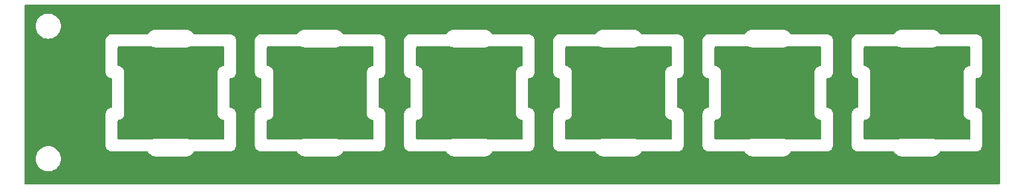
<source format=gbr>
G04 #@! TF.GenerationSoftware,KiCad,Pcbnew,(6.0.2)*
G04 #@! TF.CreationDate,2022-03-15T14:21:33+03:00*
G04 #@! TF.ProjectId,kinesis-top-plate,6b696e65-7369-4732-9d74-6f702d706c61,rev?*
G04 #@! TF.SameCoordinates,Original*
G04 #@! TF.FileFunction,Copper,L2,Bot*
G04 #@! TF.FilePolarity,Positive*
%FSLAX46Y46*%
G04 Gerber Fmt 4.6, Leading zero omitted, Abs format (unit mm)*
G04 Created by KiCad (PCBNEW (6.0.2)) date 2022-03-15 14:21:33*
%MOMM*%
%LPD*%
G01*
G04 APERTURE LIST*
G04 APERTURE END LIST*
G04 #@! TA.AperFunction,NonConductor*
G36*
X98404775Y-74611617D02*
G01*
X98461777Y-74641607D01*
X98662484Y-74703929D01*
X98668219Y-74704608D01*
X98668220Y-74704608D01*
X98698782Y-74708225D01*
X98833124Y-74724125D01*
X102764566Y-74724125D01*
X102920529Y-74709794D01*
X102926091Y-74708225D01*
X102926093Y-74708225D01*
X103021664Y-74681271D01*
X103122799Y-74652748D01*
X103209242Y-74610119D01*
X103264970Y-74597125D01*
X107474250Y-74597125D01*
X107542371Y-74617127D01*
X107588864Y-74670783D01*
X107600250Y-74723125D01*
X107600250Y-77007902D01*
X107580248Y-77076023D01*
X107526592Y-77122516D01*
X107495590Y-77132082D01*
X107431791Y-77143045D01*
X107425061Y-77144014D01*
X107360643Y-77151524D01*
X107353758Y-77154023D01*
X107353754Y-77154024D01*
X107351612Y-77154801D01*
X107329969Y-77160540D01*
X107327713Y-77160928D01*
X107327711Y-77160929D01*
X107320499Y-77162168D01*
X107260797Y-77187572D01*
X107254479Y-77190060D01*
X107200387Y-77209694D01*
X107200384Y-77209696D01*
X107193509Y-77212191D01*
X107187395Y-77216200D01*
X107187390Y-77216202D01*
X107185480Y-77217455D01*
X107165728Y-77228024D01*
X107156891Y-77231784D01*
X107150995Y-77236123D01*
X107104650Y-77270229D01*
X107099053Y-77274119D01*
X107044815Y-77309679D01*
X107038204Y-77316657D01*
X107021427Y-77331474D01*
X107013686Y-77337171D01*
X107008949Y-77342747D01*
X106971678Y-77386617D01*
X106967144Y-77391670D01*
X106922536Y-77438760D01*
X106918861Y-77445086D01*
X106918858Y-77445091D01*
X106917714Y-77447061D01*
X106904785Y-77465356D01*
X106898566Y-77472676D01*
X106895238Y-77479193D01*
X106895235Y-77479198D01*
X106869070Y-77530440D01*
X106865810Y-77536421D01*
X106833231Y-77592509D01*
X106830447Y-77601701D01*
X106822074Y-77622476D01*
X106817707Y-77631029D01*
X106815967Y-77638140D01*
X106802291Y-77694028D01*
X106800499Y-77700582D01*
X106781692Y-77762679D01*
X106781239Y-77769984D01*
X106781097Y-77772269D01*
X106777729Y-77794407D01*
X106775446Y-77803737D01*
X106774750Y-77814955D01*
X106774750Y-77870671D01*
X106774508Y-77878472D01*
X106770682Y-77940141D01*
X106771922Y-77947357D01*
X106772930Y-77953222D01*
X106774750Y-77974561D01*
X106774750Y-83204671D01*
X106774508Y-83212472D01*
X106770682Y-83274141D01*
X106781457Y-83336843D01*
X106781668Y-83338072D01*
X106782639Y-83344814D01*
X106790149Y-83409232D01*
X106792648Y-83416117D01*
X106792649Y-83416121D01*
X106793426Y-83418263D01*
X106799165Y-83439906D01*
X106799553Y-83442162D01*
X106800793Y-83449376D01*
X106826197Y-83509078D01*
X106828685Y-83515396D01*
X106834618Y-83531740D01*
X106850816Y-83576366D01*
X106854825Y-83582480D01*
X106854827Y-83582485D01*
X106856080Y-83584395D01*
X106866649Y-83604147D01*
X106870409Y-83612984D01*
X106874748Y-83618880D01*
X106908854Y-83665225D01*
X106912744Y-83670822D01*
X106926950Y-83692490D01*
X106948304Y-83725060D01*
X106955282Y-83731671D01*
X106970099Y-83748448D01*
X106975796Y-83756189D01*
X106981372Y-83760926D01*
X107025242Y-83798197D01*
X107030295Y-83802731D01*
X107077385Y-83847339D01*
X107083711Y-83851014D01*
X107083716Y-83851017D01*
X107085686Y-83852161D01*
X107103981Y-83865090D01*
X107111301Y-83871309D01*
X107117818Y-83874637D01*
X107117823Y-83874640D01*
X107169065Y-83900805D01*
X107175046Y-83904065D01*
X107231134Y-83936644D01*
X107240326Y-83939428D01*
X107261101Y-83947801D01*
X107269654Y-83952168D01*
X107276766Y-83953908D01*
X107276765Y-83953908D01*
X107332653Y-83967584D01*
X107339207Y-83969376D01*
X107401304Y-83988183D01*
X107410861Y-83988776D01*
X107410894Y-83988778D01*
X107433032Y-83992146D01*
X107442362Y-83994429D01*
X107447964Y-83994777D01*
X107447967Y-83994777D01*
X107451641Y-83995005D01*
X107451651Y-83995005D01*
X107453580Y-83995125D01*
X107474250Y-83995125D01*
X107542371Y-84015127D01*
X107588864Y-84068783D01*
X107600250Y-84121125D01*
X107600250Y-86408125D01*
X107580248Y-86476246D01*
X107526592Y-86522739D01*
X107474250Y-86534125D01*
X103266392Y-86534125D01*
X103207724Y-86519633D01*
X103197252Y-86514123D01*
X103150723Y-86489643D01*
X102950016Y-86427321D01*
X102944281Y-86426642D01*
X102944280Y-86426642D01*
X102895992Y-86420927D01*
X102779376Y-86407125D01*
X98847934Y-86407125D01*
X98691971Y-86421456D01*
X98686409Y-86423025D01*
X98686407Y-86423025D01*
X98590836Y-86449979D01*
X98489701Y-86478502D01*
X98484518Y-86481058D01*
X98403258Y-86521131D01*
X98347530Y-86534125D01*
X94138250Y-86534125D01*
X94070129Y-86514123D01*
X94023636Y-86460467D01*
X94012250Y-86408125D01*
X94012250Y-84123348D01*
X94032252Y-84055227D01*
X94085908Y-84008734D01*
X94116911Y-83999168D01*
X94180709Y-83988205D01*
X94187439Y-83987236D01*
X94251857Y-83979726D01*
X94258742Y-83977227D01*
X94258746Y-83977226D01*
X94260888Y-83976449D01*
X94282531Y-83970710D01*
X94284787Y-83970322D01*
X94284789Y-83970321D01*
X94292001Y-83969082D01*
X94351703Y-83943678D01*
X94358021Y-83941190D01*
X94412113Y-83921556D01*
X94412116Y-83921554D01*
X94418991Y-83919059D01*
X94425105Y-83915050D01*
X94425110Y-83915048D01*
X94427020Y-83913795D01*
X94446772Y-83903226D01*
X94455609Y-83899466D01*
X94507850Y-83861021D01*
X94513447Y-83857131D01*
X94561561Y-83825586D01*
X94567685Y-83821571D01*
X94574296Y-83814593D01*
X94591073Y-83799776D01*
X94598814Y-83794079D01*
X94640822Y-83744633D01*
X94645356Y-83739580D01*
X94689964Y-83692490D01*
X94693639Y-83686164D01*
X94693642Y-83686159D01*
X94694786Y-83684189D01*
X94707715Y-83665894D01*
X94709195Y-83664152D01*
X94713934Y-83658574D01*
X94717262Y-83652057D01*
X94717265Y-83652052D01*
X94743430Y-83600810D01*
X94746693Y-83594824D01*
X94757415Y-83576366D01*
X94779269Y-83538741D01*
X94782053Y-83529549D01*
X94790426Y-83508774D01*
X94791464Y-83506741D01*
X94791464Y-83506740D01*
X94794793Y-83500221D01*
X94810210Y-83437220D01*
X94812001Y-83430668D01*
X94830808Y-83368571D01*
X94831403Y-83358981D01*
X94834771Y-83336843D01*
X94837054Y-83327513D01*
X94837750Y-83316295D01*
X94837750Y-83260579D01*
X94837992Y-83252777D01*
X94841818Y-83191109D01*
X94839570Y-83178025D01*
X94837750Y-83156689D01*
X94837750Y-77926579D01*
X94837992Y-77918777D01*
X94841818Y-77857109D01*
X94830830Y-77793166D01*
X94829860Y-77786429D01*
X94823199Y-77729294D01*
X94822351Y-77722018D01*
X94819851Y-77715129D01*
X94819074Y-77712987D01*
X94813335Y-77691344D01*
X94812947Y-77689088D01*
X94812946Y-77689086D01*
X94811707Y-77681874D01*
X94786303Y-77622172D01*
X94783815Y-77615854D01*
X94764181Y-77561762D01*
X94764179Y-77561759D01*
X94761684Y-77554884D01*
X94757675Y-77548770D01*
X94757673Y-77548765D01*
X94756420Y-77546855D01*
X94745851Y-77527103D01*
X94742091Y-77518266D01*
X94713340Y-77479198D01*
X94703646Y-77466025D01*
X94699756Y-77460428D01*
X94668211Y-77412314D01*
X94664196Y-77406190D01*
X94657218Y-77399579D01*
X94642401Y-77382802D01*
X94636704Y-77375061D01*
X94587258Y-77333053D01*
X94582205Y-77328519D01*
X94535115Y-77283911D01*
X94528789Y-77280236D01*
X94528784Y-77280233D01*
X94526814Y-77279089D01*
X94508519Y-77266160D01*
X94506777Y-77264680D01*
X94501199Y-77259941D01*
X94494682Y-77256613D01*
X94494677Y-77256610D01*
X94443435Y-77230445D01*
X94437449Y-77227182D01*
X94431319Y-77223621D01*
X94381366Y-77194606D01*
X94372174Y-77191822D01*
X94351399Y-77183449D01*
X94349366Y-77182411D01*
X94349365Y-77182411D01*
X94342846Y-77179082D01*
X94279845Y-77163665D01*
X94273293Y-77161874D01*
X94211196Y-77143067D01*
X94201606Y-77142472D01*
X94179468Y-77139104D01*
X94170138Y-77136821D01*
X94164536Y-77136473D01*
X94164533Y-77136473D01*
X94160859Y-77136245D01*
X94160849Y-77136245D01*
X94158920Y-77136125D01*
X94138250Y-77136125D01*
X94070129Y-77116123D01*
X94023636Y-77062467D01*
X94012250Y-77010125D01*
X94012250Y-74723125D01*
X94032252Y-74655004D01*
X94085908Y-74608511D01*
X94138250Y-74597125D01*
X98346108Y-74597125D01*
X98404775Y-74611617D01*
G37*
G04 #@! TD.AperFunction*
G04 #@! TA.AperFunction,NonConductor*
G36*
X117454775Y-74611617D02*
G01*
X117511777Y-74641607D01*
X117712484Y-74703929D01*
X117718219Y-74704608D01*
X117718220Y-74704608D01*
X117748782Y-74708225D01*
X117883124Y-74724125D01*
X121814566Y-74724125D01*
X121970529Y-74709794D01*
X121976091Y-74708225D01*
X121976093Y-74708225D01*
X122071664Y-74681271D01*
X122172799Y-74652748D01*
X122259242Y-74610119D01*
X122314970Y-74597125D01*
X126524250Y-74597125D01*
X126592371Y-74617127D01*
X126638864Y-74670783D01*
X126650250Y-74723125D01*
X126650250Y-77007902D01*
X126630248Y-77076023D01*
X126576592Y-77122516D01*
X126545590Y-77132082D01*
X126481791Y-77143045D01*
X126475061Y-77144014D01*
X126410643Y-77151524D01*
X126403758Y-77154023D01*
X126403754Y-77154024D01*
X126401612Y-77154801D01*
X126379969Y-77160540D01*
X126377713Y-77160928D01*
X126377711Y-77160929D01*
X126370499Y-77162168D01*
X126310797Y-77187572D01*
X126304479Y-77190060D01*
X126250387Y-77209694D01*
X126250384Y-77209696D01*
X126243509Y-77212191D01*
X126237395Y-77216200D01*
X126237390Y-77216202D01*
X126235480Y-77217455D01*
X126215728Y-77228024D01*
X126206891Y-77231784D01*
X126200995Y-77236123D01*
X126154650Y-77270229D01*
X126149053Y-77274119D01*
X126094815Y-77309679D01*
X126088204Y-77316657D01*
X126071427Y-77331474D01*
X126063686Y-77337171D01*
X126058949Y-77342747D01*
X126021678Y-77386617D01*
X126017144Y-77391670D01*
X125972536Y-77438760D01*
X125968861Y-77445086D01*
X125968858Y-77445091D01*
X125967714Y-77447061D01*
X125954785Y-77465356D01*
X125948566Y-77472676D01*
X125945238Y-77479193D01*
X125945235Y-77479198D01*
X125919070Y-77530440D01*
X125915810Y-77536421D01*
X125883231Y-77592509D01*
X125880447Y-77601701D01*
X125872074Y-77622476D01*
X125867707Y-77631029D01*
X125865967Y-77638140D01*
X125852291Y-77694028D01*
X125850499Y-77700582D01*
X125831692Y-77762679D01*
X125831239Y-77769984D01*
X125831097Y-77772269D01*
X125827729Y-77794407D01*
X125825446Y-77803737D01*
X125824750Y-77814955D01*
X125824750Y-77870671D01*
X125824508Y-77878472D01*
X125820682Y-77940141D01*
X125821922Y-77947357D01*
X125822930Y-77953222D01*
X125824750Y-77974561D01*
X125824750Y-83204671D01*
X125824508Y-83212472D01*
X125820682Y-83274141D01*
X125831457Y-83336843D01*
X125831668Y-83338072D01*
X125832639Y-83344814D01*
X125840149Y-83409232D01*
X125842648Y-83416117D01*
X125842649Y-83416121D01*
X125843426Y-83418263D01*
X125849165Y-83439906D01*
X125849553Y-83442162D01*
X125850793Y-83449376D01*
X125876197Y-83509078D01*
X125878685Y-83515396D01*
X125884618Y-83531740D01*
X125900816Y-83576366D01*
X125904825Y-83582480D01*
X125904827Y-83582485D01*
X125906080Y-83584395D01*
X125916649Y-83604147D01*
X125920409Y-83612984D01*
X125924748Y-83618880D01*
X125958854Y-83665225D01*
X125962744Y-83670822D01*
X125976950Y-83692490D01*
X125998304Y-83725060D01*
X126005282Y-83731671D01*
X126020099Y-83748448D01*
X126025796Y-83756189D01*
X126031372Y-83760926D01*
X126075242Y-83798197D01*
X126080295Y-83802731D01*
X126127385Y-83847339D01*
X126133711Y-83851014D01*
X126133716Y-83851017D01*
X126135686Y-83852161D01*
X126153981Y-83865090D01*
X126161301Y-83871309D01*
X126167818Y-83874637D01*
X126167823Y-83874640D01*
X126219065Y-83900805D01*
X126225046Y-83904065D01*
X126281134Y-83936644D01*
X126290326Y-83939428D01*
X126311101Y-83947801D01*
X126319654Y-83952168D01*
X126326766Y-83953908D01*
X126326765Y-83953908D01*
X126382653Y-83967584D01*
X126389207Y-83969376D01*
X126451304Y-83988183D01*
X126460861Y-83988776D01*
X126460894Y-83988778D01*
X126483032Y-83992146D01*
X126492362Y-83994429D01*
X126497964Y-83994777D01*
X126497967Y-83994777D01*
X126501641Y-83995005D01*
X126501651Y-83995005D01*
X126503580Y-83995125D01*
X126524250Y-83995125D01*
X126592371Y-84015127D01*
X126638864Y-84068783D01*
X126650250Y-84121125D01*
X126650250Y-86408125D01*
X126630248Y-86476246D01*
X126576592Y-86522739D01*
X126524250Y-86534125D01*
X122316392Y-86534125D01*
X122257724Y-86519633D01*
X122247252Y-86514123D01*
X122200723Y-86489643D01*
X122000016Y-86427321D01*
X121994281Y-86426642D01*
X121994280Y-86426642D01*
X121945992Y-86420927D01*
X121829376Y-86407125D01*
X117897934Y-86407125D01*
X117741971Y-86421456D01*
X117736409Y-86423025D01*
X117736407Y-86423025D01*
X117640836Y-86449979D01*
X117539701Y-86478502D01*
X117534518Y-86481058D01*
X117453258Y-86521131D01*
X117397530Y-86534125D01*
X113188250Y-86534125D01*
X113120129Y-86514123D01*
X113073636Y-86460467D01*
X113062250Y-86408125D01*
X113062250Y-84123348D01*
X113082252Y-84055227D01*
X113135908Y-84008734D01*
X113166911Y-83999168D01*
X113230709Y-83988205D01*
X113237439Y-83987236D01*
X113301857Y-83979726D01*
X113308742Y-83977227D01*
X113308746Y-83977226D01*
X113310888Y-83976449D01*
X113332531Y-83970710D01*
X113334787Y-83970322D01*
X113334789Y-83970321D01*
X113342001Y-83969082D01*
X113401703Y-83943678D01*
X113408021Y-83941190D01*
X113462113Y-83921556D01*
X113462116Y-83921554D01*
X113468991Y-83919059D01*
X113475105Y-83915050D01*
X113475110Y-83915048D01*
X113477020Y-83913795D01*
X113496772Y-83903226D01*
X113505609Y-83899466D01*
X113557850Y-83861021D01*
X113563447Y-83857131D01*
X113611561Y-83825586D01*
X113617685Y-83821571D01*
X113624296Y-83814593D01*
X113641073Y-83799776D01*
X113648814Y-83794079D01*
X113690822Y-83744633D01*
X113695356Y-83739580D01*
X113739964Y-83692490D01*
X113743639Y-83686164D01*
X113743642Y-83686159D01*
X113744786Y-83684189D01*
X113757715Y-83665894D01*
X113759195Y-83664152D01*
X113763934Y-83658574D01*
X113767262Y-83652057D01*
X113767265Y-83652052D01*
X113793430Y-83600810D01*
X113796693Y-83594824D01*
X113807415Y-83576366D01*
X113829269Y-83538741D01*
X113832053Y-83529549D01*
X113840426Y-83508774D01*
X113841464Y-83506741D01*
X113841464Y-83506740D01*
X113844793Y-83500221D01*
X113860210Y-83437220D01*
X113862001Y-83430668D01*
X113880808Y-83368571D01*
X113881403Y-83358981D01*
X113884771Y-83336843D01*
X113887054Y-83327513D01*
X113887750Y-83316295D01*
X113887750Y-83260579D01*
X113887992Y-83252777D01*
X113891818Y-83191109D01*
X113889570Y-83178025D01*
X113887750Y-83156689D01*
X113887750Y-77926579D01*
X113887992Y-77918777D01*
X113891818Y-77857109D01*
X113880830Y-77793166D01*
X113879860Y-77786429D01*
X113873199Y-77729294D01*
X113872351Y-77722018D01*
X113869851Y-77715129D01*
X113869074Y-77712987D01*
X113863335Y-77691344D01*
X113862947Y-77689088D01*
X113862946Y-77689086D01*
X113861707Y-77681874D01*
X113836303Y-77622172D01*
X113833815Y-77615854D01*
X113814181Y-77561762D01*
X113814179Y-77561759D01*
X113811684Y-77554884D01*
X113807675Y-77548770D01*
X113807673Y-77548765D01*
X113806420Y-77546855D01*
X113795851Y-77527103D01*
X113792091Y-77518266D01*
X113763340Y-77479198D01*
X113753646Y-77466025D01*
X113749756Y-77460428D01*
X113718211Y-77412314D01*
X113714196Y-77406190D01*
X113707218Y-77399579D01*
X113692401Y-77382802D01*
X113686704Y-77375061D01*
X113637258Y-77333053D01*
X113632205Y-77328519D01*
X113585115Y-77283911D01*
X113578789Y-77280236D01*
X113578784Y-77280233D01*
X113576814Y-77279089D01*
X113558519Y-77266160D01*
X113556777Y-77264680D01*
X113551199Y-77259941D01*
X113544682Y-77256613D01*
X113544677Y-77256610D01*
X113493435Y-77230445D01*
X113487449Y-77227182D01*
X113481319Y-77223621D01*
X113431366Y-77194606D01*
X113422174Y-77191822D01*
X113401399Y-77183449D01*
X113399366Y-77182411D01*
X113399365Y-77182411D01*
X113392846Y-77179082D01*
X113329845Y-77163665D01*
X113323293Y-77161874D01*
X113261196Y-77143067D01*
X113251606Y-77142472D01*
X113229468Y-77139104D01*
X113220138Y-77136821D01*
X113214536Y-77136473D01*
X113214533Y-77136473D01*
X113210859Y-77136245D01*
X113210849Y-77136245D01*
X113208920Y-77136125D01*
X113188250Y-77136125D01*
X113120129Y-77116123D01*
X113073636Y-77062467D01*
X113062250Y-77010125D01*
X113062250Y-74723125D01*
X113082252Y-74655004D01*
X113135908Y-74608511D01*
X113188250Y-74597125D01*
X117396108Y-74597125D01*
X117454775Y-74611617D01*
G37*
G04 #@! TD.AperFunction*
G04 #@! TA.AperFunction,NonConductor*
G36*
X79354775Y-74611617D02*
G01*
X79411777Y-74641607D01*
X79612484Y-74703929D01*
X79618219Y-74704608D01*
X79618220Y-74704608D01*
X79648782Y-74708225D01*
X79783124Y-74724125D01*
X83714566Y-74724125D01*
X83870529Y-74709794D01*
X83876091Y-74708225D01*
X83876093Y-74708225D01*
X83971664Y-74681271D01*
X84072799Y-74652748D01*
X84159242Y-74610119D01*
X84214970Y-74597125D01*
X88424250Y-74597125D01*
X88492371Y-74617127D01*
X88538864Y-74670783D01*
X88550250Y-74723125D01*
X88550250Y-77007902D01*
X88530248Y-77076023D01*
X88476592Y-77122516D01*
X88445590Y-77132082D01*
X88381791Y-77143045D01*
X88375061Y-77144014D01*
X88310643Y-77151524D01*
X88303758Y-77154023D01*
X88303754Y-77154024D01*
X88301612Y-77154801D01*
X88279969Y-77160540D01*
X88277713Y-77160928D01*
X88277711Y-77160929D01*
X88270499Y-77162168D01*
X88210797Y-77187572D01*
X88204479Y-77190060D01*
X88150387Y-77209694D01*
X88150384Y-77209696D01*
X88143509Y-77212191D01*
X88137395Y-77216200D01*
X88137390Y-77216202D01*
X88135480Y-77217455D01*
X88115728Y-77228024D01*
X88106891Y-77231784D01*
X88100995Y-77236123D01*
X88054650Y-77270229D01*
X88049053Y-77274119D01*
X87994815Y-77309679D01*
X87988204Y-77316657D01*
X87971427Y-77331474D01*
X87963686Y-77337171D01*
X87958949Y-77342747D01*
X87921678Y-77386617D01*
X87917144Y-77391670D01*
X87872536Y-77438760D01*
X87868861Y-77445086D01*
X87868858Y-77445091D01*
X87867714Y-77447061D01*
X87854785Y-77465356D01*
X87848566Y-77472676D01*
X87845238Y-77479193D01*
X87845235Y-77479198D01*
X87819070Y-77530440D01*
X87815810Y-77536421D01*
X87783231Y-77592509D01*
X87780447Y-77601701D01*
X87772074Y-77622476D01*
X87767707Y-77631029D01*
X87765967Y-77638140D01*
X87752291Y-77694028D01*
X87750499Y-77700582D01*
X87731692Y-77762679D01*
X87731239Y-77769984D01*
X87731097Y-77772269D01*
X87727729Y-77794407D01*
X87725446Y-77803737D01*
X87724750Y-77814955D01*
X87724750Y-77870671D01*
X87724508Y-77878472D01*
X87720682Y-77940141D01*
X87721922Y-77947357D01*
X87722930Y-77953222D01*
X87724750Y-77974561D01*
X87724750Y-83204671D01*
X87724508Y-83212472D01*
X87720682Y-83274141D01*
X87731457Y-83336843D01*
X87731668Y-83338072D01*
X87732639Y-83344814D01*
X87740149Y-83409232D01*
X87742648Y-83416117D01*
X87742649Y-83416121D01*
X87743426Y-83418263D01*
X87749165Y-83439906D01*
X87749553Y-83442162D01*
X87750793Y-83449376D01*
X87776197Y-83509078D01*
X87778685Y-83515396D01*
X87784618Y-83531740D01*
X87800816Y-83576366D01*
X87804825Y-83582480D01*
X87804827Y-83582485D01*
X87806080Y-83584395D01*
X87816649Y-83604147D01*
X87820409Y-83612984D01*
X87824748Y-83618880D01*
X87858854Y-83665225D01*
X87862744Y-83670822D01*
X87876950Y-83692490D01*
X87898304Y-83725060D01*
X87905282Y-83731671D01*
X87920099Y-83748448D01*
X87925796Y-83756189D01*
X87931372Y-83760926D01*
X87975242Y-83798197D01*
X87980295Y-83802731D01*
X88027385Y-83847339D01*
X88033711Y-83851014D01*
X88033716Y-83851017D01*
X88035686Y-83852161D01*
X88053981Y-83865090D01*
X88061301Y-83871309D01*
X88067818Y-83874637D01*
X88067823Y-83874640D01*
X88119065Y-83900805D01*
X88125046Y-83904065D01*
X88181134Y-83936644D01*
X88190326Y-83939428D01*
X88211101Y-83947801D01*
X88219654Y-83952168D01*
X88226766Y-83953908D01*
X88226765Y-83953908D01*
X88282653Y-83967584D01*
X88289207Y-83969376D01*
X88351304Y-83988183D01*
X88360861Y-83988776D01*
X88360894Y-83988778D01*
X88383032Y-83992146D01*
X88392362Y-83994429D01*
X88397964Y-83994777D01*
X88397967Y-83994777D01*
X88401641Y-83995005D01*
X88401651Y-83995005D01*
X88403580Y-83995125D01*
X88424250Y-83995125D01*
X88492371Y-84015127D01*
X88538864Y-84068783D01*
X88550250Y-84121125D01*
X88550250Y-86408125D01*
X88530248Y-86476246D01*
X88476592Y-86522739D01*
X88424250Y-86534125D01*
X84216392Y-86534125D01*
X84157724Y-86519633D01*
X84147252Y-86514123D01*
X84100723Y-86489643D01*
X83900016Y-86427321D01*
X83894281Y-86426642D01*
X83894280Y-86426642D01*
X83845992Y-86420927D01*
X83729376Y-86407125D01*
X79797934Y-86407125D01*
X79641971Y-86421456D01*
X79636409Y-86423025D01*
X79636407Y-86423025D01*
X79540836Y-86449979D01*
X79439701Y-86478502D01*
X79434518Y-86481058D01*
X79353258Y-86521131D01*
X79297530Y-86534125D01*
X75088250Y-86534125D01*
X75020129Y-86514123D01*
X74973636Y-86460467D01*
X74962250Y-86408125D01*
X74962250Y-84123348D01*
X74982252Y-84055227D01*
X75035908Y-84008734D01*
X75066911Y-83999168D01*
X75130709Y-83988205D01*
X75137439Y-83987236D01*
X75201857Y-83979726D01*
X75208742Y-83977227D01*
X75208746Y-83977226D01*
X75210888Y-83976449D01*
X75232531Y-83970710D01*
X75234787Y-83970322D01*
X75234789Y-83970321D01*
X75242001Y-83969082D01*
X75301703Y-83943678D01*
X75308021Y-83941190D01*
X75362113Y-83921556D01*
X75362116Y-83921554D01*
X75368991Y-83919059D01*
X75375105Y-83915050D01*
X75375110Y-83915048D01*
X75377020Y-83913795D01*
X75396772Y-83903226D01*
X75405609Y-83899466D01*
X75457850Y-83861021D01*
X75463447Y-83857131D01*
X75511561Y-83825586D01*
X75517685Y-83821571D01*
X75524296Y-83814593D01*
X75541073Y-83799776D01*
X75548814Y-83794079D01*
X75590822Y-83744633D01*
X75595356Y-83739580D01*
X75639964Y-83692490D01*
X75643639Y-83686164D01*
X75643642Y-83686159D01*
X75644786Y-83684189D01*
X75657715Y-83665894D01*
X75659195Y-83664152D01*
X75663934Y-83658574D01*
X75667262Y-83652057D01*
X75667265Y-83652052D01*
X75693430Y-83600810D01*
X75696693Y-83594824D01*
X75707415Y-83576366D01*
X75729269Y-83538741D01*
X75732053Y-83529549D01*
X75740426Y-83508774D01*
X75741464Y-83506741D01*
X75741464Y-83506740D01*
X75744793Y-83500221D01*
X75760210Y-83437220D01*
X75762001Y-83430668D01*
X75780808Y-83368571D01*
X75781403Y-83358981D01*
X75784771Y-83336843D01*
X75787054Y-83327513D01*
X75787750Y-83316295D01*
X75787750Y-83260579D01*
X75787992Y-83252777D01*
X75791818Y-83191109D01*
X75789570Y-83178025D01*
X75787750Y-83156689D01*
X75787750Y-77926579D01*
X75787992Y-77918777D01*
X75791818Y-77857109D01*
X75780830Y-77793166D01*
X75779860Y-77786429D01*
X75773199Y-77729294D01*
X75772351Y-77722018D01*
X75769851Y-77715129D01*
X75769074Y-77712987D01*
X75763335Y-77691344D01*
X75762947Y-77689088D01*
X75762946Y-77689086D01*
X75761707Y-77681874D01*
X75736303Y-77622172D01*
X75733815Y-77615854D01*
X75714181Y-77561762D01*
X75714179Y-77561759D01*
X75711684Y-77554884D01*
X75707675Y-77548770D01*
X75707673Y-77548765D01*
X75706420Y-77546855D01*
X75695851Y-77527103D01*
X75692091Y-77518266D01*
X75663340Y-77479198D01*
X75653646Y-77466025D01*
X75649756Y-77460428D01*
X75618211Y-77412314D01*
X75614196Y-77406190D01*
X75607218Y-77399579D01*
X75592401Y-77382802D01*
X75586704Y-77375061D01*
X75537258Y-77333053D01*
X75532205Y-77328519D01*
X75485115Y-77283911D01*
X75478789Y-77280236D01*
X75478784Y-77280233D01*
X75476814Y-77279089D01*
X75458519Y-77266160D01*
X75456777Y-77264680D01*
X75451199Y-77259941D01*
X75444682Y-77256613D01*
X75444677Y-77256610D01*
X75393435Y-77230445D01*
X75387449Y-77227182D01*
X75381319Y-77223621D01*
X75331366Y-77194606D01*
X75322174Y-77191822D01*
X75301399Y-77183449D01*
X75299366Y-77182411D01*
X75299365Y-77182411D01*
X75292846Y-77179082D01*
X75229845Y-77163665D01*
X75223293Y-77161874D01*
X75161196Y-77143067D01*
X75151606Y-77142472D01*
X75129468Y-77139104D01*
X75120138Y-77136821D01*
X75114536Y-77136473D01*
X75114533Y-77136473D01*
X75110859Y-77136245D01*
X75110849Y-77136245D01*
X75108920Y-77136125D01*
X75088250Y-77136125D01*
X75020129Y-77116123D01*
X74973636Y-77062467D01*
X74962250Y-77010125D01*
X74962250Y-74723125D01*
X74982252Y-74655004D01*
X75035908Y-74608511D01*
X75088250Y-74597125D01*
X79296108Y-74597125D01*
X79354775Y-74611617D01*
G37*
G04 #@! TD.AperFunction*
G04 #@! TA.AperFunction,NonConductor*
G36*
X136504775Y-74611617D02*
G01*
X136561777Y-74641607D01*
X136762484Y-74703929D01*
X136768219Y-74704608D01*
X136768220Y-74704608D01*
X136798782Y-74708225D01*
X136933124Y-74724125D01*
X140864566Y-74724125D01*
X141020529Y-74709794D01*
X141026091Y-74708225D01*
X141026093Y-74708225D01*
X141121664Y-74681271D01*
X141222799Y-74652748D01*
X141309242Y-74610119D01*
X141364970Y-74597125D01*
X145574250Y-74597125D01*
X145642371Y-74617127D01*
X145688864Y-74670783D01*
X145700250Y-74723125D01*
X145700250Y-77007902D01*
X145680248Y-77076023D01*
X145626592Y-77122516D01*
X145595590Y-77132082D01*
X145531791Y-77143045D01*
X145525061Y-77144014D01*
X145460643Y-77151524D01*
X145453758Y-77154023D01*
X145453754Y-77154024D01*
X145451612Y-77154801D01*
X145429969Y-77160540D01*
X145427713Y-77160928D01*
X145427711Y-77160929D01*
X145420499Y-77162168D01*
X145360797Y-77187572D01*
X145354479Y-77190060D01*
X145300387Y-77209694D01*
X145300384Y-77209696D01*
X145293509Y-77212191D01*
X145287395Y-77216200D01*
X145287390Y-77216202D01*
X145285480Y-77217455D01*
X145265728Y-77228024D01*
X145256891Y-77231784D01*
X145250995Y-77236123D01*
X145204650Y-77270229D01*
X145199053Y-77274119D01*
X145144815Y-77309679D01*
X145138204Y-77316657D01*
X145121427Y-77331474D01*
X145113686Y-77337171D01*
X145108949Y-77342747D01*
X145071678Y-77386617D01*
X145067144Y-77391670D01*
X145022536Y-77438760D01*
X145018861Y-77445086D01*
X145018858Y-77445091D01*
X145017714Y-77447061D01*
X145004785Y-77465356D01*
X144998566Y-77472676D01*
X144995238Y-77479193D01*
X144995235Y-77479198D01*
X144969070Y-77530440D01*
X144965810Y-77536421D01*
X144933231Y-77592509D01*
X144930447Y-77601701D01*
X144922074Y-77622476D01*
X144917707Y-77631029D01*
X144915967Y-77638140D01*
X144902291Y-77694028D01*
X144900499Y-77700582D01*
X144881692Y-77762679D01*
X144881239Y-77769984D01*
X144881097Y-77772269D01*
X144877729Y-77794407D01*
X144875446Y-77803737D01*
X144874750Y-77814955D01*
X144874750Y-77870671D01*
X144874508Y-77878472D01*
X144870682Y-77940141D01*
X144871922Y-77947357D01*
X144872930Y-77953222D01*
X144874750Y-77974561D01*
X144874750Y-83204671D01*
X144874508Y-83212472D01*
X144870682Y-83274141D01*
X144881457Y-83336843D01*
X144881668Y-83338072D01*
X144882639Y-83344814D01*
X144890149Y-83409232D01*
X144892648Y-83416117D01*
X144892649Y-83416121D01*
X144893426Y-83418263D01*
X144899165Y-83439906D01*
X144899553Y-83442162D01*
X144900793Y-83449376D01*
X144926197Y-83509078D01*
X144928685Y-83515396D01*
X144934618Y-83531740D01*
X144950816Y-83576366D01*
X144954825Y-83582480D01*
X144954827Y-83582485D01*
X144956080Y-83584395D01*
X144966649Y-83604147D01*
X144970409Y-83612984D01*
X144974748Y-83618880D01*
X145008854Y-83665225D01*
X145012744Y-83670822D01*
X145026950Y-83692490D01*
X145048304Y-83725060D01*
X145055282Y-83731671D01*
X145070099Y-83748448D01*
X145075796Y-83756189D01*
X145081372Y-83760926D01*
X145125242Y-83798197D01*
X145130295Y-83802731D01*
X145177385Y-83847339D01*
X145183711Y-83851014D01*
X145183716Y-83851017D01*
X145185686Y-83852161D01*
X145203981Y-83865090D01*
X145211301Y-83871309D01*
X145217818Y-83874637D01*
X145217823Y-83874640D01*
X145269065Y-83900805D01*
X145275046Y-83904065D01*
X145331134Y-83936644D01*
X145340326Y-83939428D01*
X145361101Y-83947801D01*
X145369654Y-83952168D01*
X145376766Y-83953908D01*
X145376765Y-83953908D01*
X145432653Y-83967584D01*
X145439207Y-83969376D01*
X145501304Y-83988183D01*
X145510861Y-83988776D01*
X145510894Y-83988778D01*
X145533032Y-83992146D01*
X145542362Y-83994429D01*
X145547964Y-83994777D01*
X145547967Y-83994777D01*
X145551641Y-83995005D01*
X145551651Y-83995005D01*
X145553580Y-83995125D01*
X145574250Y-83995125D01*
X145642371Y-84015127D01*
X145688864Y-84068783D01*
X145700250Y-84121125D01*
X145700250Y-86408125D01*
X145680248Y-86476246D01*
X145626592Y-86522739D01*
X145574250Y-86534125D01*
X141366392Y-86534125D01*
X141307724Y-86519633D01*
X141297252Y-86514123D01*
X141250723Y-86489643D01*
X141050016Y-86427321D01*
X141044281Y-86426642D01*
X141044280Y-86426642D01*
X140995992Y-86420927D01*
X140879376Y-86407125D01*
X136947934Y-86407125D01*
X136791971Y-86421456D01*
X136786409Y-86423025D01*
X136786407Y-86423025D01*
X136690836Y-86449979D01*
X136589701Y-86478502D01*
X136584518Y-86481058D01*
X136503258Y-86521131D01*
X136447530Y-86534125D01*
X132238250Y-86534125D01*
X132170129Y-86514123D01*
X132123636Y-86460467D01*
X132112250Y-86408125D01*
X132112250Y-84123348D01*
X132132252Y-84055227D01*
X132185908Y-84008734D01*
X132216911Y-83999168D01*
X132280709Y-83988205D01*
X132287439Y-83987236D01*
X132351857Y-83979726D01*
X132358742Y-83977227D01*
X132358746Y-83977226D01*
X132360888Y-83976449D01*
X132382531Y-83970710D01*
X132384787Y-83970322D01*
X132384789Y-83970321D01*
X132392001Y-83969082D01*
X132451703Y-83943678D01*
X132458021Y-83941190D01*
X132512113Y-83921556D01*
X132512116Y-83921554D01*
X132518991Y-83919059D01*
X132525105Y-83915050D01*
X132525110Y-83915048D01*
X132527020Y-83913795D01*
X132546772Y-83903226D01*
X132555609Y-83899466D01*
X132607850Y-83861021D01*
X132613447Y-83857131D01*
X132661561Y-83825586D01*
X132667685Y-83821571D01*
X132674296Y-83814593D01*
X132691073Y-83799776D01*
X132698814Y-83794079D01*
X132740822Y-83744633D01*
X132745356Y-83739580D01*
X132789964Y-83692490D01*
X132793639Y-83686164D01*
X132793642Y-83686159D01*
X132794786Y-83684189D01*
X132807715Y-83665894D01*
X132809195Y-83664152D01*
X132813934Y-83658574D01*
X132817262Y-83652057D01*
X132817265Y-83652052D01*
X132843430Y-83600810D01*
X132846693Y-83594824D01*
X132857415Y-83576366D01*
X132879269Y-83538741D01*
X132882053Y-83529549D01*
X132890426Y-83508774D01*
X132891464Y-83506741D01*
X132891464Y-83506740D01*
X132894793Y-83500221D01*
X132910210Y-83437220D01*
X132912001Y-83430668D01*
X132930808Y-83368571D01*
X132931403Y-83358981D01*
X132934771Y-83336843D01*
X132937054Y-83327513D01*
X132937750Y-83316295D01*
X132937750Y-83260579D01*
X132937992Y-83252777D01*
X132941818Y-83191109D01*
X132939570Y-83178025D01*
X132937750Y-83156689D01*
X132937750Y-77926579D01*
X132937992Y-77918777D01*
X132941818Y-77857109D01*
X132930830Y-77793166D01*
X132929860Y-77786429D01*
X132923199Y-77729294D01*
X132922351Y-77722018D01*
X132919851Y-77715129D01*
X132919074Y-77712987D01*
X132913335Y-77691344D01*
X132912947Y-77689088D01*
X132912946Y-77689086D01*
X132911707Y-77681874D01*
X132886303Y-77622172D01*
X132883815Y-77615854D01*
X132864181Y-77561762D01*
X132864179Y-77561759D01*
X132861684Y-77554884D01*
X132857675Y-77548770D01*
X132857673Y-77548765D01*
X132856420Y-77546855D01*
X132845851Y-77527103D01*
X132842091Y-77518266D01*
X132813340Y-77479198D01*
X132803646Y-77466025D01*
X132799756Y-77460428D01*
X132768211Y-77412314D01*
X132764196Y-77406190D01*
X132757218Y-77399579D01*
X132742401Y-77382802D01*
X132736704Y-77375061D01*
X132687258Y-77333053D01*
X132682205Y-77328519D01*
X132635115Y-77283911D01*
X132628789Y-77280236D01*
X132628784Y-77280233D01*
X132626814Y-77279089D01*
X132608519Y-77266160D01*
X132606777Y-77264680D01*
X132601199Y-77259941D01*
X132594682Y-77256613D01*
X132594677Y-77256610D01*
X132543435Y-77230445D01*
X132537449Y-77227182D01*
X132531319Y-77223621D01*
X132481366Y-77194606D01*
X132472174Y-77191822D01*
X132451399Y-77183449D01*
X132449366Y-77182411D01*
X132449365Y-77182411D01*
X132442846Y-77179082D01*
X132379845Y-77163665D01*
X132373293Y-77161874D01*
X132311196Y-77143067D01*
X132301606Y-77142472D01*
X132279468Y-77139104D01*
X132270138Y-77136821D01*
X132264536Y-77136473D01*
X132264533Y-77136473D01*
X132260859Y-77136245D01*
X132260849Y-77136245D01*
X132258920Y-77136125D01*
X132238250Y-77136125D01*
X132170129Y-77116123D01*
X132123636Y-77062467D01*
X132112250Y-77010125D01*
X132112250Y-74723125D01*
X132132252Y-74655004D01*
X132185908Y-74608511D01*
X132238250Y-74597125D01*
X136446108Y-74597125D01*
X136504775Y-74611617D01*
G37*
G04 #@! TD.AperFunction*
G04 #@! TA.AperFunction,NonConductor*
G36*
X41254775Y-74611617D02*
G01*
X41311777Y-74641607D01*
X41512484Y-74703929D01*
X41518219Y-74704608D01*
X41518220Y-74704608D01*
X41548782Y-74708225D01*
X41683124Y-74724125D01*
X45614566Y-74724125D01*
X45770529Y-74709794D01*
X45776091Y-74708225D01*
X45776093Y-74708225D01*
X45871664Y-74681271D01*
X45972799Y-74652748D01*
X46059242Y-74610119D01*
X46114970Y-74597125D01*
X50324250Y-74597125D01*
X50392371Y-74617127D01*
X50438864Y-74670783D01*
X50450250Y-74723125D01*
X50450250Y-77007902D01*
X50430248Y-77076023D01*
X50376592Y-77122516D01*
X50345590Y-77132082D01*
X50281791Y-77143045D01*
X50275061Y-77144014D01*
X50210643Y-77151524D01*
X50203758Y-77154023D01*
X50203754Y-77154024D01*
X50201612Y-77154801D01*
X50179969Y-77160540D01*
X50177713Y-77160928D01*
X50177711Y-77160929D01*
X50170499Y-77162168D01*
X50110797Y-77187572D01*
X50104479Y-77190060D01*
X50050387Y-77209694D01*
X50050384Y-77209696D01*
X50043509Y-77212191D01*
X50037395Y-77216200D01*
X50037390Y-77216202D01*
X50035480Y-77217455D01*
X50015728Y-77228024D01*
X50006891Y-77231784D01*
X50000995Y-77236123D01*
X49954650Y-77270229D01*
X49949053Y-77274119D01*
X49894815Y-77309679D01*
X49888204Y-77316657D01*
X49871427Y-77331474D01*
X49863686Y-77337171D01*
X49858949Y-77342747D01*
X49821678Y-77386617D01*
X49817144Y-77391670D01*
X49772536Y-77438760D01*
X49768861Y-77445086D01*
X49768858Y-77445091D01*
X49767714Y-77447061D01*
X49754785Y-77465356D01*
X49748566Y-77472676D01*
X49745238Y-77479193D01*
X49745235Y-77479198D01*
X49719070Y-77530440D01*
X49715810Y-77536421D01*
X49683231Y-77592509D01*
X49680447Y-77601701D01*
X49672074Y-77622476D01*
X49667707Y-77631029D01*
X49665967Y-77638140D01*
X49652291Y-77694028D01*
X49650499Y-77700582D01*
X49631692Y-77762679D01*
X49631239Y-77769984D01*
X49631097Y-77772269D01*
X49627729Y-77794407D01*
X49625446Y-77803737D01*
X49624750Y-77814955D01*
X49624750Y-77870671D01*
X49624508Y-77878472D01*
X49620682Y-77940141D01*
X49621922Y-77947357D01*
X49622930Y-77953222D01*
X49624750Y-77974561D01*
X49624750Y-83204671D01*
X49624508Y-83212472D01*
X49620682Y-83274141D01*
X49631457Y-83336843D01*
X49631668Y-83338072D01*
X49632639Y-83344814D01*
X49640149Y-83409232D01*
X49642648Y-83416117D01*
X49642649Y-83416121D01*
X49643426Y-83418263D01*
X49649165Y-83439906D01*
X49649553Y-83442162D01*
X49650793Y-83449376D01*
X49676197Y-83509078D01*
X49678685Y-83515396D01*
X49684618Y-83531740D01*
X49700816Y-83576366D01*
X49704825Y-83582480D01*
X49704827Y-83582485D01*
X49706080Y-83584395D01*
X49716649Y-83604147D01*
X49720409Y-83612984D01*
X49724748Y-83618880D01*
X49758854Y-83665225D01*
X49762744Y-83670822D01*
X49776950Y-83692490D01*
X49798304Y-83725060D01*
X49805282Y-83731671D01*
X49820099Y-83748448D01*
X49825796Y-83756189D01*
X49831372Y-83760926D01*
X49875242Y-83798197D01*
X49880295Y-83802731D01*
X49927385Y-83847339D01*
X49933711Y-83851014D01*
X49933716Y-83851017D01*
X49935686Y-83852161D01*
X49953981Y-83865090D01*
X49961301Y-83871309D01*
X49967818Y-83874637D01*
X49967823Y-83874640D01*
X50019065Y-83900805D01*
X50025046Y-83904065D01*
X50081134Y-83936644D01*
X50090326Y-83939428D01*
X50111101Y-83947801D01*
X50119654Y-83952168D01*
X50126766Y-83953908D01*
X50126765Y-83953908D01*
X50182653Y-83967584D01*
X50189207Y-83969376D01*
X50251304Y-83988183D01*
X50260861Y-83988776D01*
X50260894Y-83988778D01*
X50283032Y-83992146D01*
X50292362Y-83994429D01*
X50297964Y-83994777D01*
X50297967Y-83994777D01*
X50301641Y-83995005D01*
X50301651Y-83995005D01*
X50303580Y-83995125D01*
X50324250Y-83995125D01*
X50392371Y-84015127D01*
X50438864Y-84068783D01*
X50450250Y-84121125D01*
X50450250Y-86408125D01*
X50430248Y-86476246D01*
X50376592Y-86522739D01*
X50324250Y-86534125D01*
X46116392Y-86534125D01*
X46057724Y-86519633D01*
X46047252Y-86514123D01*
X46000723Y-86489643D01*
X45800016Y-86427321D01*
X45794281Y-86426642D01*
X45794280Y-86426642D01*
X45745992Y-86420927D01*
X45629376Y-86407125D01*
X41697934Y-86407125D01*
X41541971Y-86421456D01*
X41536409Y-86423025D01*
X41536407Y-86423025D01*
X41440836Y-86449979D01*
X41339701Y-86478502D01*
X41334518Y-86481058D01*
X41253258Y-86521131D01*
X41197530Y-86534125D01*
X36988250Y-86534125D01*
X36920129Y-86514123D01*
X36873636Y-86460467D01*
X36862250Y-86408125D01*
X36862250Y-84123348D01*
X36882252Y-84055227D01*
X36935908Y-84008734D01*
X36966911Y-83999168D01*
X37030709Y-83988205D01*
X37037439Y-83987236D01*
X37101857Y-83979726D01*
X37108742Y-83977227D01*
X37108746Y-83977226D01*
X37110888Y-83976449D01*
X37132531Y-83970710D01*
X37134787Y-83970322D01*
X37134789Y-83970321D01*
X37142001Y-83969082D01*
X37201703Y-83943678D01*
X37208021Y-83941190D01*
X37262113Y-83921556D01*
X37262116Y-83921554D01*
X37268991Y-83919059D01*
X37275105Y-83915050D01*
X37275110Y-83915048D01*
X37277020Y-83913795D01*
X37296772Y-83903226D01*
X37305609Y-83899466D01*
X37357850Y-83861021D01*
X37363447Y-83857131D01*
X37411561Y-83825586D01*
X37417685Y-83821571D01*
X37424296Y-83814593D01*
X37441073Y-83799776D01*
X37448814Y-83794079D01*
X37490822Y-83744633D01*
X37495356Y-83739580D01*
X37539964Y-83692490D01*
X37543639Y-83686164D01*
X37543642Y-83686159D01*
X37544786Y-83684189D01*
X37557715Y-83665894D01*
X37559195Y-83664152D01*
X37563934Y-83658574D01*
X37567262Y-83652057D01*
X37567265Y-83652052D01*
X37593430Y-83600810D01*
X37596693Y-83594824D01*
X37607415Y-83576366D01*
X37629269Y-83538741D01*
X37632053Y-83529549D01*
X37640426Y-83508774D01*
X37641464Y-83506741D01*
X37641464Y-83506740D01*
X37644793Y-83500221D01*
X37660210Y-83437220D01*
X37662001Y-83430668D01*
X37680808Y-83368571D01*
X37681403Y-83358981D01*
X37684771Y-83336843D01*
X37687054Y-83327513D01*
X37687750Y-83316295D01*
X37687750Y-83260579D01*
X37687992Y-83252777D01*
X37691818Y-83191109D01*
X37689570Y-83178025D01*
X37687750Y-83156689D01*
X37687750Y-77926579D01*
X37687992Y-77918777D01*
X37691818Y-77857109D01*
X37680830Y-77793166D01*
X37679860Y-77786429D01*
X37673199Y-77729294D01*
X37672351Y-77722018D01*
X37669851Y-77715129D01*
X37669074Y-77712987D01*
X37663335Y-77691344D01*
X37662947Y-77689088D01*
X37662946Y-77689086D01*
X37661707Y-77681874D01*
X37636303Y-77622172D01*
X37633815Y-77615854D01*
X37614181Y-77561762D01*
X37614179Y-77561759D01*
X37611684Y-77554884D01*
X37607675Y-77548770D01*
X37607673Y-77548765D01*
X37606420Y-77546855D01*
X37595851Y-77527103D01*
X37592091Y-77518266D01*
X37563340Y-77479198D01*
X37553646Y-77466025D01*
X37549756Y-77460428D01*
X37518211Y-77412314D01*
X37514196Y-77406190D01*
X37507218Y-77399579D01*
X37492401Y-77382802D01*
X37486704Y-77375061D01*
X37437258Y-77333053D01*
X37432205Y-77328519D01*
X37385115Y-77283911D01*
X37378789Y-77280236D01*
X37378784Y-77280233D01*
X37376814Y-77279089D01*
X37358519Y-77266160D01*
X37356777Y-77264680D01*
X37351199Y-77259941D01*
X37344682Y-77256613D01*
X37344677Y-77256610D01*
X37293435Y-77230445D01*
X37287449Y-77227182D01*
X37281319Y-77223621D01*
X37231366Y-77194606D01*
X37222174Y-77191822D01*
X37201399Y-77183449D01*
X37199366Y-77182411D01*
X37199365Y-77182411D01*
X37192846Y-77179082D01*
X37129845Y-77163665D01*
X37123293Y-77161874D01*
X37061196Y-77143067D01*
X37051606Y-77142472D01*
X37029468Y-77139104D01*
X37020138Y-77136821D01*
X37014536Y-77136473D01*
X37014533Y-77136473D01*
X37010859Y-77136245D01*
X37010849Y-77136245D01*
X37008920Y-77136125D01*
X36988250Y-77136125D01*
X36920129Y-77116123D01*
X36873636Y-77062467D01*
X36862250Y-77010125D01*
X36862250Y-74723125D01*
X36882252Y-74655004D01*
X36935908Y-74608511D01*
X36988250Y-74597125D01*
X41196108Y-74597125D01*
X41254775Y-74611617D01*
G37*
G04 #@! TD.AperFunction*
G04 #@! TA.AperFunction,NonConductor*
G36*
X60304775Y-74611617D02*
G01*
X60361777Y-74641607D01*
X60562484Y-74703929D01*
X60568219Y-74704608D01*
X60568220Y-74704608D01*
X60598782Y-74708225D01*
X60733124Y-74724125D01*
X64664566Y-74724125D01*
X64820529Y-74709794D01*
X64826091Y-74708225D01*
X64826093Y-74708225D01*
X64921664Y-74681271D01*
X65022799Y-74652748D01*
X65109242Y-74610119D01*
X65164970Y-74597125D01*
X69374250Y-74597125D01*
X69442371Y-74617127D01*
X69488864Y-74670783D01*
X69500250Y-74723125D01*
X69500250Y-77007902D01*
X69480248Y-77076023D01*
X69426592Y-77122516D01*
X69395590Y-77132082D01*
X69331791Y-77143045D01*
X69325061Y-77144014D01*
X69260643Y-77151524D01*
X69253758Y-77154023D01*
X69253754Y-77154024D01*
X69251612Y-77154801D01*
X69229969Y-77160540D01*
X69227713Y-77160928D01*
X69227711Y-77160929D01*
X69220499Y-77162168D01*
X69160797Y-77187572D01*
X69154479Y-77190060D01*
X69100387Y-77209694D01*
X69100384Y-77209696D01*
X69093509Y-77212191D01*
X69087395Y-77216200D01*
X69087390Y-77216202D01*
X69085480Y-77217455D01*
X69065728Y-77228024D01*
X69056891Y-77231784D01*
X69050995Y-77236123D01*
X69004650Y-77270229D01*
X68999053Y-77274119D01*
X68944815Y-77309679D01*
X68938204Y-77316657D01*
X68921427Y-77331474D01*
X68913686Y-77337171D01*
X68908949Y-77342747D01*
X68871678Y-77386617D01*
X68867144Y-77391670D01*
X68822536Y-77438760D01*
X68818861Y-77445086D01*
X68818858Y-77445091D01*
X68817714Y-77447061D01*
X68804785Y-77465356D01*
X68798566Y-77472676D01*
X68795238Y-77479193D01*
X68795235Y-77479198D01*
X68769070Y-77530440D01*
X68765810Y-77536421D01*
X68733231Y-77592509D01*
X68730447Y-77601701D01*
X68722074Y-77622476D01*
X68717707Y-77631029D01*
X68715967Y-77638140D01*
X68702291Y-77694028D01*
X68700499Y-77700582D01*
X68681692Y-77762679D01*
X68681239Y-77769984D01*
X68681097Y-77772269D01*
X68677729Y-77794407D01*
X68675446Y-77803737D01*
X68674750Y-77814955D01*
X68674750Y-77870671D01*
X68674508Y-77878472D01*
X68670682Y-77940141D01*
X68671922Y-77947357D01*
X68672930Y-77953222D01*
X68674750Y-77974561D01*
X68674750Y-83204671D01*
X68674508Y-83212472D01*
X68670682Y-83274141D01*
X68681457Y-83336843D01*
X68681668Y-83338072D01*
X68682639Y-83344814D01*
X68690149Y-83409232D01*
X68692648Y-83416117D01*
X68692649Y-83416121D01*
X68693426Y-83418263D01*
X68699165Y-83439906D01*
X68699553Y-83442162D01*
X68700793Y-83449376D01*
X68726197Y-83509078D01*
X68728685Y-83515396D01*
X68734618Y-83531740D01*
X68750816Y-83576366D01*
X68754825Y-83582480D01*
X68754827Y-83582485D01*
X68756080Y-83584395D01*
X68766649Y-83604147D01*
X68770409Y-83612984D01*
X68774748Y-83618880D01*
X68808854Y-83665225D01*
X68812744Y-83670822D01*
X68826950Y-83692490D01*
X68848304Y-83725060D01*
X68855282Y-83731671D01*
X68870099Y-83748448D01*
X68875796Y-83756189D01*
X68881372Y-83760926D01*
X68925242Y-83798197D01*
X68930295Y-83802731D01*
X68977385Y-83847339D01*
X68983711Y-83851014D01*
X68983716Y-83851017D01*
X68985686Y-83852161D01*
X69003981Y-83865090D01*
X69011301Y-83871309D01*
X69017818Y-83874637D01*
X69017823Y-83874640D01*
X69069065Y-83900805D01*
X69075046Y-83904065D01*
X69131134Y-83936644D01*
X69140326Y-83939428D01*
X69161101Y-83947801D01*
X69169654Y-83952168D01*
X69176766Y-83953908D01*
X69176765Y-83953908D01*
X69232653Y-83967584D01*
X69239207Y-83969376D01*
X69301304Y-83988183D01*
X69310861Y-83988776D01*
X69310894Y-83988778D01*
X69333032Y-83992146D01*
X69342362Y-83994429D01*
X69347964Y-83994777D01*
X69347967Y-83994777D01*
X69351641Y-83995005D01*
X69351651Y-83995005D01*
X69353580Y-83995125D01*
X69374250Y-83995125D01*
X69442371Y-84015127D01*
X69488864Y-84068783D01*
X69500250Y-84121125D01*
X69500250Y-86408125D01*
X69480248Y-86476246D01*
X69426592Y-86522739D01*
X69374250Y-86534125D01*
X65166392Y-86534125D01*
X65107724Y-86519633D01*
X65097252Y-86514123D01*
X65050723Y-86489643D01*
X64850016Y-86427321D01*
X64844281Y-86426642D01*
X64844280Y-86426642D01*
X64795992Y-86420927D01*
X64679376Y-86407125D01*
X60747934Y-86407125D01*
X60591971Y-86421456D01*
X60586409Y-86423025D01*
X60586407Y-86423025D01*
X60490836Y-86449979D01*
X60389701Y-86478502D01*
X60384518Y-86481058D01*
X60303258Y-86521131D01*
X60247530Y-86534125D01*
X56038250Y-86534125D01*
X55970129Y-86514123D01*
X55923636Y-86460467D01*
X55912250Y-86408125D01*
X55912250Y-84123348D01*
X55932252Y-84055227D01*
X55985908Y-84008734D01*
X56016911Y-83999168D01*
X56080709Y-83988205D01*
X56087439Y-83987236D01*
X56151857Y-83979726D01*
X56158742Y-83977227D01*
X56158746Y-83977226D01*
X56160888Y-83976449D01*
X56182531Y-83970710D01*
X56184787Y-83970322D01*
X56184789Y-83970321D01*
X56192001Y-83969082D01*
X56251703Y-83943678D01*
X56258021Y-83941190D01*
X56312113Y-83921556D01*
X56312116Y-83921554D01*
X56318991Y-83919059D01*
X56325105Y-83915050D01*
X56325110Y-83915048D01*
X56327020Y-83913795D01*
X56346772Y-83903226D01*
X56355609Y-83899466D01*
X56407850Y-83861021D01*
X56413447Y-83857131D01*
X56461561Y-83825586D01*
X56467685Y-83821571D01*
X56474296Y-83814593D01*
X56491073Y-83799776D01*
X56498814Y-83794079D01*
X56540822Y-83744633D01*
X56545356Y-83739580D01*
X56589964Y-83692490D01*
X56593639Y-83686164D01*
X56593642Y-83686159D01*
X56594786Y-83684189D01*
X56607715Y-83665894D01*
X56609195Y-83664152D01*
X56613934Y-83658574D01*
X56617262Y-83652057D01*
X56617265Y-83652052D01*
X56643430Y-83600810D01*
X56646693Y-83594824D01*
X56657415Y-83576366D01*
X56679269Y-83538741D01*
X56682053Y-83529549D01*
X56690426Y-83508774D01*
X56691464Y-83506741D01*
X56691464Y-83506740D01*
X56694793Y-83500221D01*
X56710210Y-83437220D01*
X56712001Y-83430668D01*
X56730808Y-83368571D01*
X56731403Y-83358981D01*
X56734771Y-83336843D01*
X56737054Y-83327513D01*
X56737750Y-83316295D01*
X56737750Y-83260579D01*
X56737992Y-83252777D01*
X56741818Y-83191109D01*
X56739570Y-83178025D01*
X56737750Y-83156689D01*
X56737750Y-77926579D01*
X56737992Y-77918777D01*
X56741818Y-77857109D01*
X56730830Y-77793166D01*
X56729860Y-77786429D01*
X56723199Y-77729294D01*
X56722351Y-77722018D01*
X56719851Y-77715129D01*
X56719074Y-77712987D01*
X56713335Y-77691344D01*
X56712947Y-77689088D01*
X56712946Y-77689086D01*
X56711707Y-77681874D01*
X56686303Y-77622172D01*
X56683815Y-77615854D01*
X56664181Y-77561762D01*
X56664179Y-77561759D01*
X56661684Y-77554884D01*
X56657675Y-77548770D01*
X56657673Y-77548765D01*
X56656420Y-77546855D01*
X56645851Y-77527103D01*
X56642091Y-77518266D01*
X56613340Y-77479198D01*
X56603646Y-77466025D01*
X56599756Y-77460428D01*
X56568211Y-77412314D01*
X56564196Y-77406190D01*
X56557218Y-77399579D01*
X56542401Y-77382802D01*
X56536704Y-77375061D01*
X56487258Y-77333053D01*
X56482205Y-77328519D01*
X56435115Y-77283911D01*
X56428789Y-77280236D01*
X56428784Y-77280233D01*
X56426814Y-77279089D01*
X56408519Y-77266160D01*
X56406777Y-77264680D01*
X56401199Y-77259941D01*
X56394682Y-77256613D01*
X56394677Y-77256610D01*
X56343435Y-77230445D01*
X56337449Y-77227182D01*
X56331319Y-77223621D01*
X56281366Y-77194606D01*
X56272174Y-77191822D01*
X56251399Y-77183449D01*
X56249366Y-77182411D01*
X56249365Y-77182411D01*
X56242846Y-77179082D01*
X56179845Y-77163665D01*
X56173293Y-77161874D01*
X56111196Y-77143067D01*
X56101606Y-77142472D01*
X56079468Y-77139104D01*
X56070138Y-77136821D01*
X56064536Y-77136473D01*
X56064533Y-77136473D01*
X56060859Y-77136245D01*
X56060849Y-77136245D01*
X56058920Y-77136125D01*
X56038250Y-77136125D01*
X55970129Y-77116123D01*
X55923636Y-77062467D01*
X55912250Y-77010125D01*
X55912250Y-74723125D01*
X55932252Y-74655004D01*
X55985908Y-74608511D01*
X56038250Y-74597125D01*
X60246108Y-74597125D01*
X60304775Y-74611617D01*
G37*
G04 #@! TD.AperFunction*
G04 #@! TA.AperFunction,NonConductor*
G36*
X149434078Y-69228029D02*
G01*
X149480593Y-69281666D01*
X149492000Y-69334054D01*
X149492000Y-92166000D01*
X149471998Y-92234121D01*
X149418342Y-92280614D01*
X149366000Y-92292000D01*
X25084000Y-92292000D01*
X25015879Y-92271998D01*
X24969386Y-92218342D01*
X24958000Y-92166000D01*
X24958000Y-89000000D01*
X26386526Y-89000000D01*
X26406391Y-89252403D01*
X26465495Y-89498591D01*
X26562384Y-89732502D01*
X26694672Y-89948376D01*
X26859102Y-90140898D01*
X27051624Y-90305328D01*
X27267498Y-90437616D01*
X27272068Y-90439509D01*
X27272072Y-90439511D01*
X27496836Y-90532611D01*
X27501409Y-90534505D01*
X27586032Y-90554821D01*
X27742784Y-90592454D01*
X27742790Y-90592455D01*
X27747597Y-90593609D01*
X27847416Y-90601465D01*
X27934345Y-90608307D01*
X27934352Y-90608307D01*
X27936801Y-90608500D01*
X28063199Y-90608500D01*
X28065648Y-90608307D01*
X28065655Y-90608307D01*
X28152584Y-90601465D01*
X28252403Y-90593609D01*
X28257210Y-90592455D01*
X28257216Y-90592454D01*
X28413968Y-90554821D01*
X28498591Y-90534505D01*
X28503164Y-90532611D01*
X28727928Y-90439511D01*
X28727932Y-90439509D01*
X28732502Y-90437616D01*
X28948376Y-90305328D01*
X29140898Y-90140898D01*
X29305328Y-89948376D01*
X29437616Y-89732502D01*
X29534505Y-89498591D01*
X29593609Y-89252403D01*
X29613474Y-89000000D01*
X29593609Y-88747597D01*
X29576955Y-88678225D01*
X29541320Y-88529796D01*
X29534505Y-88501409D01*
X29495609Y-88407505D01*
X29439511Y-88272072D01*
X29439509Y-88272068D01*
X29437616Y-88267498D01*
X29305328Y-88051624D01*
X29140898Y-87859102D01*
X28948376Y-87694672D01*
X28732502Y-87562384D01*
X28727932Y-87560491D01*
X28727928Y-87560489D01*
X28503164Y-87467389D01*
X28503162Y-87467388D01*
X28498591Y-87465495D01*
X28413968Y-87445179D01*
X28257216Y-87407546D01*
X28257210Y-87407545D01*
X28252403Y-87406391D01*
X28152584Y-87398535D01*
X28065655Y-87391693D01*
X28065648Y-87391693D01*
X28063199Y-87391500D01*
X27936801Y-87391500D01*
X27934352Y-87391693D01*
X27934345Y-87391693D01*
X27847416Y-87398535D01*
X27747597Y-87406391D01*
X27742790Y-87407545D01*
X27742784Y-87407546D01*
X27586032Y-87445179D01*
X27501409Y-87465495D01*
X27496838Y-87467388D01*
X27496836Y-87467389D01*
X27272072Y-87560489D01*
X27272068Y-87560491D01*
X27267498Y-87562384D01*
X27051624Y-87694672D01*
X26859102Y-87859102D01*
X26694672Y-88051624D01*
X26562384Y-88267498D01*
X26560491Y-88272068D01*
X26560489Y-88272072D01*
X26504391Y-88407505D01*
X26465495Y-88501409D01*
X26458680Y-88529796D01*
X26423046Y-88678225D01*
X26406391Y-88747597D01*
X26386526Y-89000000D01*
X24958000Y-89000000D01*
X24958000Y-83274141D01*
X35333182Y-83274141D01*
X35334422Y-83281357D01*
X35335430Y-83287222D01*
X35337250Y-83308561D01*
X35337250Y-87341150D01*
X35352649Y-87473232D01*
X35355145Y-87480109D01*
X35355146Y-87480112D01*
X35385948Y-87564970D01*
X35413316Y-87640366D01*
X35510804Y-87789060D01*
X35639885Y-87911339D01*
X35793634Y-88000644D01*
X35800636Y-88002765D01*
X35800639Y-88002766D01*
X35844800Y-88016141D01*
X35844491Y-88017160D01*
X35844750Y-88017189D01*
X35845045Y-88016215D01*
X35850274Y-88017799D01*
X35850276Y-88017799D01*
X35963804Y-88052183D01*
X35982679Y-88053354D01*
X35990406Y-88053834D01*
X36006558Y-88056291D01*
X36006564Y-88056252D01*
X36012114Y-88057096D01*
X36017562Y-88058429D01*
X36025048Y-88058893D01*
X36026841Y-88059005D01*
X36026851Y-88059005D01*
X36028780Y-88059125D01*
X36071796Y-88059125D01*
X36079597Y-88059367D01*
X36141266Y-88063193D01*
X36154350Y-88060945D01*
X36175686Y-88059125D01*
X40651461Y-88059125D01*
X40719582Y-88079127D01*
X40759745Y-88120701D01*
X40822176Y-88225637D01*
X40960744Y-88383644D01*
X40965274Y-88387215D01*
X41116233Y-88506221D01*
X41125787Y-88513753D01*
X41130903Y-88516444D01*
X41130905Y-88516446D01*
X41306660Y-88608915D01*
X41311777Y-88611607D01*
X41512484Y-88673929D01*
X41518219Y-88674608D01*
X41518220Y-88674608D01*
X41548782Y-88678225D01*
X41683124Y-88694125D01*
X45614566Y-88694125D01*
X45770529Y-88679794D01*
X45776091Y-88678225D01*
X45776093Y-88678225D01*
X45871664Y-88651271D01*
X45972799Y-88622748D01*
X46161287Y-88529796D01*
X46329679Y-88404052D01*
X46472336Y-88249726D01*
X46555519Y-88117889D01*
X46608785Y-88070951D01*
X46662080Y-88059125D01*
X51184796Y-88059125D01*
X51192597Y-88059367D01*
X51254266Y-88063193D01*
X51261482Y-88061953D01*
X51261484Y-88061953D01*
X51344996Y-88047603D01*
X51351741Y-88046631D01*
X51369385Y-88044574D01*
X51369386Y-88044574D01*
X51376657Y-88043726D01*
X51383536Y-88041229D01*
X51383592Y-88041216D01*
X51391233Y-88039658D01*
X51422285Y-88034322D01*
X51429501Y-88033082D01*
X51593109Y-87963466D01*
X51736314Y-87858079D01*
X51794950Y-87789060D01*
X51846695Y-87728153D01*
X51846698Y-87728149D01*
X51851434Y-87722574D01*
X51932293Y-87564221D01*
X51974554Y-87391513D01*
X51975250Y-87380295D01*
X51975250Y-83274141D01*
X54383182Y-83274141D01*
X54384422Y-83281357D01*
X54385430Y-83287222D01*
X54387250Y-83308561D01*
X54387250Y-87341150D01*
X54402649Y-87473232D01*
X54405145Y-87480109D01*
X54405146Y-87480112D01*
X54435948Y-87564970D01*
X54463316Y-87640366D01*
X54560804Y-87789060D01*
X54689885Y-87911339D01*
X54843634Y-88000644D01*
X54850636Y-88002765D01*
X54850639Y-88002766D01*
X54894800Y-88016141D01*
X54894491Y-88017160D01*
X54894750Y-88017189D01*
X54895045Y-88016215D01*
X54900274Y-88017799D01*
X54900276Y-88017799D01*
X55013804Y-88052183D01*
X55032679Y-88053354D01*
X55040406Y-88053834D01*
X55056558Y-88056291D01*
X55056564Y-88056252D01*
X55062114Y-88057096D01*
X55067562Y-88058429D01*
X55075048Y-88058893D01*
X55076841Y-88059005D01*
X55076851Y-88059005D01*
X55078780Y-88059125D01*
X55121796Y-88059125D01*
X55129597Y-88059367D01*
X55191266Y-88063193D01*
X55204350Y-88060945D01*
X55225686Y-88059125D01*
X59701461Y-88059125D01*
X59769582Y-88079127D01*
X59809745Y-88120701D01*
X59872176Y-88225637D01*
X60010744Y-88383644D01*
X60015274Y-88387215D01*
X60166233Y-88506221D01*
X60175787Y-88513753D01*
X60180903Y-88516444D01*
X60180905Y-88516446D01*
X60356660Y-88608915D01*
X60361777Y-88611607D01*
X60562484Y-88673929D01*
X60568219Y-88674608D01*
X60568220Y-88674608D01*
X60598782Y-88678225D01*
X60733124Y-88694125D01*
X64664566Y-88694125D01*
X64820529Y-88679794D01*
X64826091Y-88678225D01*
X64826093Y-88678225D01*
X64921664Y-88651271D01*
X65022799Y-88622748D01*
X65211287Y-88529796D01*
X65379679Y-88404052D01*
X65522336Y-88249726D01*
X65605519Y-88117889D01*
X65658785Y-88070951D01*
X65712080Y-88059125D01*
X70234796Y-88059125D01*
X70242597Y-88059367D01*
X70304266Y-88063193D01*
X70311482Y-88061953D01*
X70311484Y-88061953D01*
X70394996Y-88047603D01*
X70401741Y-88046631D01*
X70419385Y-88044574D01*
X70419386Y-88044574D01*
X70426657Y-88043726D01*
X70433536Y-88041229D01*
X70433592Y-88041216D01*
X70441233Y-88039658D01*
X70472285Y-88034322D01*
X70479501Y-88033082D01*
X70643109Y-87963466D01*
X70786314Y-87858079D01*
X70844950Y-87789060D01*
X70896695Y-87728153D01*
X70896698Y-87728149D01*
X70901434Y-87722574D01*
X70982293Y-87564221D01*
X71024554Y-87391513D01*
X71025250Y-87380295D01*
X71025250Y-83274141D01*
X73433182Y-83274141D01*
X73434422Y-83281357D01*
X73435430Y-83287222D01*
X73437250Y-83308561D01*
X73437250Y-87341150D01*
X73452649Y-87473232D01*
X73455145Y-87480109D01*
X73455146Y-87480112D01*
X73485948Y-87564970D01*
X73513316Y-87640366D01*
X73610804Y-87789060D01*
X73739885Y-87911339D01*
X73893634Y-88000644D01*
X73900636Y-88002765D01*
X73900639Y-88002766D01*
X73944800Y-88016141D01*
X73944491Y-88017160D01*
X73944750Y-88017189D01*
X73945045Y-88016215D01*
X73950274Y-88017799D01*
X73950276Y-88017799D01*
X74063804Y-88052183D01*
X74082679Y-88053354D01*
X74090406Y-88053834D01*
X74106558Y-88056291D01*
X74106564Y-88056252D01*
X74112114Y-88057096D01*
X74117562Y-88058429D01*
X74125048Y-88058893D01*
X74126841Y-88059005D01*
X74126851Y-88059005D01*
X74128780Y-88059125D01*
X74171796Y-88059125D01*
X74179597Y-88059367D01*
X74241266Y-88063193D01*
X74254350Y-88060945D01*
X74275686Y-88059125D01*
X78751461Y-88059125D01*
X78819582Y-88079127D01*
X78859745Y-88120701D01*
X78922176Y-88225637D01*
X79060744Y-88383644D01*
X79065274Y-88387215D01*
X79216233Y-88506221D01*
X79225787Y-88513753D01*
X79230903Y-88516444D01*
X79230905Y-88516446D01*
X79406660Y-88608915D01*
X79411777Y-88611607D01*
X79612484Y-88673929D01*
X79618219Y-88674608D01*
X79618220Y-88674608D01*
X79648782Y-88678225D01*
X79783124Y-88694125D01*
X83714566Y-88694125D01*
X83870529Y-88679794D01*
X83876091Y-88678225D01*
X83876093Y-88678225D01*
X83971664Y-88651271D01*
X84072799Y-88622748D01*
X84261287Y-88529796D01*
X84429679Y-88404052D01*
X84572336Y-88249726D01*
X84655519Y-88117889D01*
X84708785Y-88070951D01*
X84762080Y-88059125D01*
X89284796Y-88059125D01*
X89292597Y-88059367D01*
X89354266Y-88063193D01*
X89361482Y-88061953D01*
X89361484Y-88061953D01*
X89444996Y-88047603D01*
X89451741Y-88046631D01*
X89469385Y-88044574D01*
X89469386Y-88044574D01*
X89476657Y-88043726D01*
X89483536Y-88041229D01*
X89483592Y-88041216D01*
X89491233Y-88039658D01*
X89522285Y-88034322D01*
X89529501Y-88033082D01*
X89693109Y-87963466D01*
X89836314Y-87858079D01*
X89894950Y-87789060D01*
X89946695Y-87728153D01*
X89946698Y-87728149D01*
X89951434Y-87722574D01*
X90032293Y-87564221D01*
X90074554Y-87391513D01*
X90075250Y-87380295D01*
X90075250Y-83274141D01*
X92483182Y-83274141D01*
X92484422Y-83281357D01*
X92485430Y-83287222D01*
X92487250Y-83308561D01*
X92487250Y-87341150D01*
X92502649Y-87473232D01*
X92505145Y-87480109D01*
X92505146Y-87480112D01*
X92535948Y-87564970D01*
X92563316Y-87640366D01*
X92660804Y-87789060D01*
X92789885Y-87911339D01*
X92943634Y-88000644D01*
X92950636Y-88002765D01*
X92950639Y-88002766D01*
X92994800Y-88016141D01*
X92994491Y-88017160D01*
X92994750Y-88017189D01*
X92995045Y-88016215D01*
X93000274Y-88017799D01*
X93000276Y-88017799D01*
X93113804Y-88052183D01*
X93132679Y-88053354D01*
X93140406Y-88053834D01*
X93156558Y-88056291D01*
X93156564Y-88056252D01*
X93162114Y-88057096D01*
X93167562Y-88058429D01*
X93175048Y-88058893D01*
X93176841Y-88059005D01*
X93176851Y-88059005D01*
X93178780Y-88059125D01*
X93221796Y-88059125D01*
X93229597Y-88059367D01*
X93291266Y-88063193D01*
X93304350Y-88060945D01*
X93325686Y-88059125D01*
X97801461Y-88059125D01*
X97869582Y-88079127D01*
X97909745Y-88120701D01*
X97972176Y-88225637D01*
X98110744Y-88383644D01*
X98115274Y-88387215D01*
X98266233Y-88506221D01*
X98275787Y-88513753D01*
X98280903Y-88516444D01*
X98280905Y-88516446D01*
X98456660Y-88608915D01*
X98461777Y-88611607D01*
X98662484Y-88673929D01*
X98668219Y-88674608D01*
X98668220Y-88674608D01*
X98698782Y-88678225D01*
X98833124Y-88694125D01*
X102764566Y-88694125D01*
X102920529Y-88679794D01*
X102926091Y-88678225D01*
X102926093Y-88678225D01*
X103021664Y-88651271D01*
X103122799Y-88622748D01*
X103311287Y-88529796D01*
X103479679Y-88404052D01*
X103622336Y-88249726D01*
X103705519Y-88117889D01*
X103758785Y-88070951D01*
X103812080Y-88059125D01*
X108334796Y-88059125D01*
X108342597Y-88059367D01*
X108404266Y-88063193D01*
X108411482Y-88061953D01*
X108411484Y-88061953D01*
X108494996Y-88047603D01*
X108501741Y-88046631D01*
X108519385Y-88044574D01*
X108519386Y-88044574D01*
X108526657Y-88043726D01*
X108533536Y-88041229D01*
X108533592Y-88041216D01*
X108541233Y-88039658D01*
X108572285Y-88034322D01*
X108579501Y-88033082D01*
X108743109Y-87963466D01*
X108886314Y-87858079D01*
X108944950Y-87789060D01*
X108996695Y-87728153D01*
X108996698Y-87728149D01*
X109001434Y-87722574D01*
X109082293Y-87564221D01*
X109124554Y-87391513D01*
X109125250Y-87380295D01*
X109125250Y-83274141D01*
X111533182Y-83274141D01*
X111534422Y-83281357D01*
X111535430Y-83287222D01*
X111537250Y-83308561D01*
X111537250Y-87341150D01*
X111552649Y-87473232D01*
X111555145Y-87480109D01*
X111555146Y-87480112D01*
X111585948Y-87564970D01*
X111613316Y-87640366D01*
X111710804Y-87789060D01*
X111839885Y-87911339D01*
X111993634Y-88000644D01*
X112000636Y-88002765D01*
X112000639Y-88002766D01*
X112044800Y-88016141D01*
X112044491Y-88017160D01*
X112044750Y-88017189D01*
X112045045Y-88016215D01*
X112050274Y-88017799D01*
X112050276Y-88017799D01*
X112163804Y-88052183D01*
X112182679Y-88053354D01*
X112190406Y-88053834D01*
X112206558Y-88056291D01*
X112206564Y-88056252D01*
X112212114Y-88057096D01*
X112217562Y-88058429D01*
X112225048Y-88058893D01*
X112226841Y-88059005D01*
X112226851Y-88059005D01*
X112228780Y-88059125D01*
X112271796Y-88059125D01*
X112279597Y-88059367D01*
X112341266Y-88063193D01*
X112354350Y-88060945D01*
X112375686Y-88059125D01*
X116851461Y-88059125D01*
X116919582Y-88079127D01*
X116959745Y-88120701D01*
X117022176Y-88225637D01*
X117160744Y-88383644D01*
X117165274Y-88387215D01*
X117316233Y-88506221D01*
X117325787Y-88513753D01*
X117330903Y-88516444D01*
X117330905Y-88516446D01*
X117506660Y-88608915D01*
X117511777Y-88611607D01*
X117712484Y-88673929D01*
X117718219Y-88674608D01*
X117718220Y-88674608D01*
X117748782Y-88678225D01*
X117883124Y-88694125D01*
X121814566Y-88694125D01*
X121970529Y-88679794D01*
X121976091Y-88678225D01*
X121976093Y-88678225D01*
X122071664Y-88651271D01*
X122172799Y-88622748D01*
X122361287Y-88529796D01*
X122529679Y-88404052D01*
X122672336Y-88249726D01*
X122755519Y-88117889D01*
X122808785Y-88070951D01*
X122862080Y-88059125D01*
X127384796Y-88059125D01*
X127392597Y-88059367D01*
X127454266Y-88063193D01*
X127461482Y-88061953D01*
X127461484Y-88061953D01*
X127544996Y-88047603D01*
X127551741Y-88046631D01*
X127569385Y-88044574D01*
X127569386Y-88044574D01*
X127576657Y-88043726D01*
X127583536Y-88041229D01*
X127583592Y-88041216D01*
X127591233Y-88039658D01*
X127622285Y-88034322D01*
X127629501Y-88033082D01*
X127793109Y-87963466D01*
X127936314Y-87858079D01*
X127994950Y-87789060D01*
X128046695Y-87728153D01*
X128046698Y-87728149D01*
X128051434Y-87722574D01*
X128132293Y-87564221D01*
X128174554Y-87391513D01*
X128175250Y-87380295D01*
X128175250Y-83274141D01*
X130583182Y-83274141D01*
X130584422Y-83281357D01*
X130585430Y-83287222D01*
X130587250Y-83308561D01*
X130587250Y-87341150D01*
X130602649Y-87473232D01*
X130605145Y-87480109D01*
X130605146Y-87480112D01*
X130635948Y-87564970D01*
X130663316Y-87640366D01*
X130760804Y-87789060D01*
X130889885Y-87911339D01*
X131043634Y-88000644D01*
X131050636Y-88002765D01*
X131050639Y-88002766D01*
X131094800Y-88016141D01*
X131094491Y-88017160D01*
X131094750Y-88017189D01*
X131095045Y-88016215D01*
X131100274Y-88017799D01*
X131100276Y-88017799D01*
X131213804Y-88052183D01*
X131232679Y-88053354D01*
X131240406Y-88053834D01*
X131256558Y-88056291D01*
X131256564Y-88056252D01*
X131262114Y-88057096D01*
X131267562Y-88058429D01*
X131275048Y-88058893D01*
X131276841Y-88059005D01*
X131276851Y-88059005D01*
X131278780Y-88059125D01*
X131321796Y-88059125D01*
X131329597Y-88059367D01*
X131391266Y-88063193D01*
X131404350Y-88060945D01*
X131425686Y-88059125D01*
X135901461Y-88059125D01*
X135969582Y-88079127D01*
X136009745Y-88120701D01*
X136072176Y-88225637D01*
X136210744Y-88383644D01*
X136215274Y-88387215D01*
X136366233Y-88506221D01*
X136375787Y-88513753D01*
X136380903Y-88516444D01*
X136380905Y-88516446D01*
X136556660Y-88608915D01*
X136561777Y-88611607D01*
X136762484Y-88673929D01*
X136768219Y-88674608D01*
X136768220Y-88674608D01*
X136798782Y-88678225D01*
X136933124Y-88694125D01*
X140864566Y-88694125D01*
X141020529Y-88679794D01*
X141026091Y-88678225D01*
X141026093Y-88678225D01*
X141121664Y-88651271D01*
X141222799Y-88622748D01*
X141411287Y-88529796D01*
X141579679Y-88404052D01*
X141722336Y-88249726D01*
X141805519Y-88117889D01*
X141858785Y-88070951D01*
X141912080Y-88059125D01*
X146434796Y-88059125D01*
X146442597Y-88059367D01*
X146504266Y-88063193D01*
X146511482Y-88061953D01*
X146511484Y-88061953D01*
X146594996Y-88047603D01*
X146601741Y-88046631D01*
X146619385Y-88044574D01*
X146619386Y-88044574D01*
X146626657Y-88043726D01*
X146633536Y-88041229D01*
X146633592Y-88041216D01*
X146641233Y-88039658D01*
X146672285Y-88034322D01*
X146679501Y-88033082D01*
X146843109Y-87963466D01*
X146986314Y-87858079D01*
X147044950Y-87789060D01*
X147096695Y-87728153D01*
X147096698Y-87728149D01*
X147101434Y-87722574D01*
X147182293Y-87564221D01*
X147224554Y-87391513D01*
X147225250Y-87380295D01*
X147225250Y-83260579D01*
X147225492Y-83252777D01*
X147229318Y-83191109D01*
X147218330Y-83127166D01*
X147217360Y-83120429D01*
X147210699Y-83063294D01*
X147209851Y-83056018D01*
X147207351Y-83049129D01*
X147206574Y-83046987D01*
X147200835Y-83025344D01*
X147200447Y-83023088D01*
X147200446Y-83023086D01*
X147199207Y-83015874D01*
X147173803Y-82956172D01*
X147171315Y-82949854D01*
X147151681Y-82895762D01*
X147151679Y-82895759D01*
X147149184Y-82888884D01*
X147145175Y-82882770D01*
X147145173Y-82882765D01*
X147143920Y-82880855D01*
X147133351Y-82861103D01*
X147129591Y-82852266D01*
X147100840Y-82813198D01*
X147091146Y-82800025D01*
X147087256Y-82794428D01*
X147055711Y-82746314D01*
X147051696Y-82740190D01*
X147044718Y-82733579D01*
X147029901Y-82716802D01*
X147024204Y-82709061D01*
X146974758Y-82667053D01*
X146969705Y-82662519D01*
X146922615Y-82617911D01*
X146916289Y-82614236D01*
X146916284Y-82614233D01*
X146914314Y-82613089D01*
X146896019Y-82600160D01*
X146894277Y-82598680D01*
X146888699Y-82593941D01*
X146882182Y-82590613D01*
X146882177Y-82590610D01*
X146830935Y-82564445D01*
X146824949Y-82561182D01*
X146818819Y-82557621D01*
X146768866Y-82528606D01*
X146759674Y-82525822D01*
X146738899Y-82517449D01*
X146736866Y-82516411D01*
X146736865Y-82516411D01*
X146730346Y-82513082D01*
X146667345Y-82497665D01*
X146660793Y-82495874D01*
X146598696Y-82477067D01*
X146589106Y-82476472D01*
X146566968Y-82473104D01*
X146557638Y-82470821D01*
X146552036Y-82470473D01*
X146552033Y-82470473D01*
X146548359Y-82470245D01*
X146548349Y-82470245D01*
X146546420Y-82470125D01*
X146525750Y-82470125D01*
X146457629Y-82450123D01*
X146411136Y-82396467D01*
X146399750Y-82344125D01*
X146399750Y-78789348D01*
X146419752Y-78721227D01*
X146473408Y-78674734D01*
X146504411Y-78665168D01*
X146568209Y-78654205D01*
X146574939Y-78653236D01*
X146639357Y-78645726D01*
X146646242Y-78643227D01*
X146646246Y-78643226D01*
X146648388Y-78642449D01*
X146670031Y-78636710D01*
X146672287Y-78636322D01*
X146672289Y-78636321D01*
X146679501Y-78635082D01*
X146739203Y-78609678D01*
X146745521Y-78607190D01*
X146799613Y-78587556D01*
X146799616Y-78587554D01*
X146806491Y-78585059D01*
X146812605Y-78581050D01*
X146812610Y-78581048D01*
X146814520Y-78579795D01*
X146834272Y-78569226D01*
X146843109Y-78565466D01*
X146895350Y-78527021D01*
X146900947Y-78523131D01*
X146949061Y-78491586D01*
X146955185Y-78487571D01*
X146961796Y-78480593D01*
X146978573Y-78465776D01*
X146986314Y-78460079D01*
X147028322Y-78410633D01*
X147032856Y-78405580D01*
X147077464Y-78358490D01*
X147081139Y-78352164D01*
X147081142Y-78352159D01*
X147082286Y-78350189D01*
X147095215Y-78331894D01*
X147096695Y-78330152D01*
X147101434Y-78324574D01*
X147104762Y-78318057D01*
X147104765Y-78318052D01*
X147130930Y-78266810D01*
X147134193Y-78260824D01*
X147144915Y-78242366D01*
X147166769Y-78204741D01*
X147169553Y-78195549D01*
X147177926Y-78174774D01*
X147178964Y-78172741D01*
X147178964Y-78172740D01*
X147182293Y-78166221D01*
X147197710Y-78103220D01*
X147199501Y-78096668D01*
X147218308Y-78034571D01*
X147218903Y-78024981D01*
X147222271Y-78002843D01*
X147224554Y-77993513D01*
X147225250Y-77982295D01*
X147225250Y-77926579D01*
X147225492Y-77918777D01*
X147229318Y-77857109D01*
X147227070Y-77844025D01*
X147225250Y-77822689D01*
X147225250Y-73790100D01*
X147209851Y-73658018D01*
X147186613Y-73593997D01*
X147151681Y-73497763D01*
X147149184Y-73490884D01*
X147051696Y-73342190D01*
X146922615Y-73219911D01*
X146786585Y-73140898D01*
X146775193Y-73134281D01*
X146768866Y-73130606D01*
X146761864Y-73128485D01*
X146761861Y-73128484D01*
X146717700Y-73115109D01*
X146718009Y-73114090D01*
X146717750Y-73114061D01*
X146717455Y-73115035D01*
X146712226Y-73113451D01*
X146712224Y-73113451D01*
X146598696Y-73079067D01*
X146579821Y-73077896D01*
X146572094Y-73077416D01*
X146555942Y-73074959D01*
X146555936Y-73074998D01*
X146550386Y-73074154D01*
X146544938Y-73072821D01*
X146537452Y-73072357D01*
X146535659Y-73072245D01*
X146535649Y-73072245D01*
X146533720Y-73072125D01*
X146490704Y-73072125D01*
X146482902Y-73071883D01*
X146421234Y-73068057D01*
X146408150Y-73070305D01*
X146386814Y-73072125D01*
X141911039Y-73072125D01*
X141842918Y-73052123D01*
X141802754Y-73010548D01*
X141765766Y-72948376D01*
X141740324Y-72905613D01*
X141601756Y-72747606D01*
X141436713Y-72617497D01*
X141431597Y-72614806D01*
X141431595Y-72614804D01*
X141255840Y-72522335D01*
X141255838Y-72522334D01*
X141250723Y-72519643D01*
X141050016Y-72457321D01*
X141044281Y-72456642D01*
X141044280Y-72456642D01*
X140995992Y-72450927D01*
X140879376Y-72437125D01*
X136947934Y-72437125D01*
X136791971Y-72451456D01*
X136786409Y-72453025D01*
X136786407Y-72453025D01*
X136690836Y-72479979D01*
X136589701Y-72508502D01*
X136401213Y-72601454D01*
X136232821Y-72727198D01*
X136090164Y-72881524D01*
X136050643Y-72944162D01*
X136006982Y-73013360D01*
X135953715Y-73060299D01*
X135900420Y-73072125D01*
X131377704Y-73072125D01*
X131369902Y-73071883D01*
X131308234Y-73068057D01*
X131301018Y-73069297D01*
X131301016Y-73069297D01*
X131217504Y-73083647D01*
X131210759Y-73084619D01*
X131193115Y-73086676D01*
X131193114Y-73086676D01*
X131185843Y-73087524D01*
X131178964Y-73090021D01*
X131178908Y-73090034D01*
X131171267Y-73091592D01*
X131132999Y-73098168D01*
X130969391Y-73167784D01*
X130826186Y-73273171D01*
X130821442Y-73278754D01*
X130821443Y-73278754D01*
X130715805Y-73403097D01*
X130715802Y-73403101D01*
X130711066Y-73408676D01*
X130630207Y-73567029D01*
X130628468Y-73574134D01*
X130628467Y-73574138D01*
X130623703Y-73593609D01*
X130587946Y-73739737D01*
X130587250Y-73750955D01*
X130587250Y-77870671D01*
X130587008Y-77878472D01*
X130583182Y-77940141D01*
X130593957Y-78002843D01*
X130594168Y-78004072D01*
X130595139Y-78010814D01*
X130602649Y-78075232D01*
X130605148Y-78082117D01*
X130605149Y-78082121D01*
X130605926Y-78084263D01*
X130611665Y-78105906D01*
X130612053Y-78108162D01*
X130613293Y-78115376D01*
X130638697Y-78175078D01*
X130641185Y-78181396D01*
X130647118Y-78197740D01*
X130663316Y-78242366D01*
X130667325Y-78248480D01*
X130667327Y-78248485D01*
X130668580Y-78250395D01*
X130679149Y-78270147D01*
X130682909Y-78278984D01*
X130687248Y-78284880D01*
X130721354Y-78331225D01*
X130725244Y-78336822D01*
X130739450Y-78358490D01*
X130760804Y-78391060D01*
X130767782Y-78397671D01*
X130782599Y-78414448D01*
X130788296Y-78422189D01*
X130793872Y-78426926D01*
X130837742Y-78464197D01*
X130842795Y-78468731D01*
X130889885Y-78513339D01*
X130896211Y-78517014D01*
X130896216Y-78517017D01*
X130898186Y-78518161D01*
X130916481Y-78531090D01*
X130923801Y-78537309D01*
X130930318Y-78540637D01*
X130930323Y-78540640D01*
X130981565Y-78566805D01*
X130987546Y-78570065D01*
X131043634Y-78602644D01*
X131052826Y-78605428D01*
X131073601Y-78613801D01*
X131082154Y-78618168D01*
X131089266Y-78619908D01*
X131089265Y-78619908D01*
X131145153Y-78633584D01*
X131151707Y-78635376D01*
X131213804Y-78654183D01*
X131223361Y-78654776D01*
X131223394Y-78654778D01*
X131245532Y-78658146D01*
X131254862Y-78660429D01*
X131260464Y-78660777D01*
X131260467Y-78660777D01*
X131264141Y-78661005D01*
X131264151Y-78661005D01*
X131266080Y-78661125D01*
X131286750Y-78661125D01*
X131354871Y-78681127D01*
X131401364Y-78734783D01*
X131412750Y-78787125D01*
X131412750Y-82341902D01*
X131392748Y-82410023D01*
X131339092Y-82456516D01*
X131308090Y-82466082D01*
X131244291Y-82477045D01*
X131237561Y-82478014D01*
X131173143Y-82485524D01*
X131166258Y-82488023D01*
X131166254Y-82488024D01*
X131164112Y-82488801D01*
X131142469Y-82494540D01*
X131140213Y-82494928D01*
X131140211Y-82494929D01*
X131132999Y-82496168D01*
X131073297Y-82521572D01*
X131066979Y-82524060D01*
X131012887Y-82543694D01*
X131012884Y-82543696D01*
X131006009Y-82546191D01*
X130999895Y-82550200D01*
X130999890Y-82550202D01*
X130997980Y-82551455D01*
X130978228Y-82562024D01*
X130969391Y-82565784D01*
X130963495Y-82570123D01*
X130917150Y-82604229D01*
X130911553Y-82608119D01*
X130857315Y-82643679D01*
X130850704Y-82650657D01*
X130833927Y-82665474D01*
X130826186Y-82671171D01*
X130821449Y-82676747D01*
X130784178Y-82720617D01*
X130779644Y-82725670D01*
X130735036Y-82772760D01*
X130731361Y-82779086D01*
X130731358Y-82779091D01*
X130730214Y-82781061D01*
X130717285Y-82799356D01*
X130711066Y-82806676D01*
X130707738Y-82813193D01*
X130707735Y-82813198D01*
X130681570Y-82864440D01*
X130678310Y-82870421D01*
X130645731Y-82926509D01*
X130642947Y-82935701D01*
X130634574Y-82956476D01*
X130630207Y-82965029D01*
X130628467Y-82972140D01*
X130614791Y-83028028D01*
X130612999Y-83034582D01*
X130594192Y-83096679D01*
X130593739Y-83103984D01*
X130593597Y-83106269D01*
X130590229Y-83128407D01*
X130587946Y-83137737D01*
X130587250Y-83148955D01*
X130587250Y-83204671D01*
X130587008Y-83212472D01*
X130583182Y-83274141D01*
X128175250Y-83274141D01*
X128175250Y-83260579D01*
X128175492Y-83252777D01*
X128179318Y-83191109D01*
X128168330Y-83127166D01*
X128167360Y-83120429D01*
X128160699Y-83063294D01*
X128159851Y-83056018D01*
X128157351Y-83049129D01*
X128156574Y-83046987D01*
X128150835Y-83025344D01*
X128150447Y-83023088D01*
X128150446Y-83023086D01*
X128149207Y-83015874D01*
X128123803Y-82956172D01*
X128121315Y-82949854D01*
X128101681Y-82895762D01*
X128101679Y-82895759D01*
X128099184Y-82888884D01*
X128095175Y-82882770D01*
X128095173Y-82882765D01*
X128093920Y-82880855D01*
X128083351Y-82861103D01*
X128079591Y-82852266D01*
X128050840Y-82813198D01*
X128041146Y-82800025D01*
X128037256Y-82794428D01*
X128005711Y-82746314D01*
X128001696Y-82740190D01*
X127994718Y-82733579D01*
X127979901Y-82716802D01*
X127974204Y-82709061D01*
X127924758Y-82667053D01*
X127919705Y-82662519D01*
X127872615Y-82617911D01*
X127866289Y-82614236D01*
X127866284Y-82614233D01*
X127864314Y-82613089D01*
X127846019Y-82600160D01*
X127844277Y-82598680D01*
X127838699Y-82593941D01*
X127832182Y-82590613D01*
X127832177Y-82590610D01*
X127780935Y-82564445D01*
X127774949Y-82561182D01*
X127768819Y-82557621D01*
X127718866Y-82528606D01*
X127709674Y-82525822D01*
X127688899Y-82517449D01*
X127686866Y-82516411D01*
X127686865Y-82516411D01*
X127680346Y-82513082D01*
X127617345Y-82497665D01*
X127610793Y-82495874D01*
X127548696Y-82477067D01*
X127539106Y-82476472D01*
X127516968Y-82473104D01*
X127507638Y-82470821D01*
X127502036Y-82470473D01*
X127502033Y-82470473D01*
X127498359Y-82470245D01*
X127498349Y-82470245D01*
X127496420Y-82470125D01*
X127475750Y-82470125D01*
X127407629Y-82450123D01*
X127361136Y-82396467D01*
X127349750Y-82344125D01*
X127349750Y-78789348D01*
X127369752Y-78721227D01*
X127423408Y-78674734D01*
X127454411Y-78665168D01*
X127518209Y-78654205D01*
X127524939Y-78653236D01*
X127589357Y-78645726D01*
X127596242Y-78643227D01*
X127596246Y-78643226D01*
X127598388Y-78642449D01*
X127620031Y-78636710D01*
X127622287Y-78636322D01*
X127622289Y-78636321D01*
X127629501Y-78635082D01*
X127689203Y-78609678D01*
X127695521Y-78607190D01*
X127749613Y-78587556D01*
X127749616Y-78587554D01*
X127756491Y-78585059D01*
X127762605Y-78581050D01*
X127762610Y-78581048D01*
X127764520Y-78579795D01*
X127784272Y-78569226D01*
X127793109Y-78565466D01*
X127845350Y-78527021D01*
X127850947Y-78523131D01*
X127899061Y-78491586D01*
X127905185Y-78487571D01*
X127911796Y-78480593D01*
X127928573Y-78465776D01*
X127936314Y-78460079D01*
X127978322Y-78410633D01*
X127982856Y-78405580D01*
X128027464Y-78358490D01*
X128031139Y-78352164D01*
X128031142Y-78352159D01*
X128032286Y-78350189D01*
X128045215Y-78331894D01*
X128046695Y-78330152D01*
X128051434Y-78324574D01*
X128054762Y-78318057D01*
X128054765Y-78318052D01*
X128080930Y-78266810D01*
X128084193Y-78260824D01*
X128094915Y-78242366D01*
X128116769Y-78204741D01*
X128119553Y-78195549D01*
X128127926Y-78174774D01*
X128128964Y-78172741D01*
X128128964Y-78172740D01*
X128132293Y-78166221D01*
X128147710Y-78103220D01*
X128149501Y-78096668D01*
X128168308Y-78034571D01*
X128168903Y-78024981D01*
X128172271Y-78002843D01*
X128174554Y-77993513D01*
X128175250Y-77982295D01*
X128175250Y-77926579D01*
X128175492Y-77918777D01*
X128179318Y-77857109D01*
X128177070Y-77844025D01*
X128175250Y-77822689D01*
X128175250Y-73790100D01*
X128159851Y-73658018D01*
X128136613Y-73593997D01*
X128101681Y-73497763D01*
X128099184Y-73490884D01*
X128001696Y-73342190D01*
X127872615Y-73219911D01*
X127736585Y-73140898D01*
X127725193Y-73134281D01*
X127718866Y-73130606D01*
X127711864Y-73128485D01*
X127711861Y-73128484D01*
X127667700Y-73115109D01*
X127668009Y-73114090D01*
X127667750Y-73114061D01*
X127667455Y-73115035D01*
X127662226Y-73113451D01*
X127662224Y-73113451D01*
X127548696Y-73079067D01*
X127529821Y-73077896D01*
X127522094Y-73077416D01*
X127505942Y-73074959D01*
X127505936Y-73074998D01*
X127500386Y-73074154D01*
X127494938Y-73072821D01*
X127487452Y-73072357D01*
X127485659Y-73072245D01*
X127485649Y-73072245D01*
X127483720Y-73072125D01*
X127440704Y-73072125D01*
X127432902Y-73071883D01*
X127371234Y-73068057D01*
X127358150Y-73070305D01*
X127336814Y-73072125D01*
X122861039Y-73072125D01*
X122792918Y-73052123D01*
X122752754Y-73010548D01*
X122715766Y-72948376D01*
X122690324Y-72905613D01*
X122551756Y-72747606D01*
X122386713Y-72617497D01*
X122381597Y-72614806D01*
X122381595Y-72614804D01*
X122205840Y-72522335D01*
X122205838Y-72522334D01*
X122200723Y-72519643D01*
X122000016Y-72457321D01*
X121994281Y-72456642D01*
X121994280Y-72456642D01*
X121945992Y-72450927D01*
X121829376Y-72437125D01*
X117897934Y-72437125D01*
X117741971Y-72451456D01*
X117736409Y-72453025D01*
X117736407Y-72453025D01*
X117640836Y-72479979D01*
X117539701Y-72508502D01*
X117351213Y-72601454D01*
X117182821Y-72727198D01*
X117040164Y-72881524D01*
X117000643Y-72944162D01*
X116956982Y-73013360D01*
X116903715Y-73060299D01*
X116850420Y-73072125D01*
X112327704Y-73072125D01*
X112319902Y-73071883D01*
X112258234Y-73068057D01*
X112251018Y-73069297D01*
X112251016Y-73069297D01*
X112167504Y-73083647D01*
X112160759Y-73084619D01*
X112143115Y-73086676D01*
X112143114Y-73086676D01*
X112135843Y-73087524D01*
X112128964Y-73090021D01*
X112128908Y-73090034D01*
X112121267Y-73091592D01*
X112082999Y-73098168D01*
X111919391Y-73167784D01*
X111776186Y-73273171D01*
X111771442Y-73278754D01*
X111771443Y-73278754D01*
X111665805Y-73403097D01*
X111665802Y-73403101D01*
X111661066Y-73408676D01*
X111580207Y-73567029D01*
X111578468Y-73574134D01*
X111578467Y-73574138D01*
X111573703Y-73593609D01*
X111537946Y-73739737D01*
X111537250Y-73750955D01*
X111537250Y-77870671D01*
X111537008Y-77878472D01*
X111533182Y-77940141D01*
X111543957Y-78002843D01*
X111544168Y-78004072D01*
X111545139Y-78010814D01*
X111552649Y-78075232D01*
X111555148Y-78082117D01*
X111555149Y-78082121D01*
X111555926Y-78084263D01*
X111561665Y-78105906D01*
X111562053Y-78108162D01*
X111563293Y-78115376D01*
X111588697Y-78175078D01*
X111591185Y-78181396D01*
X111597118Y-78197740D01*
X111613316Y-78242366D01*
X111617325Y-78248480D01*
X111617327Y-78248485D01*
X111618580Y-78250395D01*
X111629149Y-78270147D01*
X111632909Y-78278984D01*
X111637248Y-78284880D01*
X111671354Y-78331225D01*
X111675244Y-78336822D01*
X111689450Y-78358490D01*
X111710804Y-78391060D01*
X111717782Y-78397671D01*
X111732599Y-78414448D01*
X111738296Y-78422189D01*
X111743872Y-78426926D01*
X111787742Y-78464197D01*
X111792795Y-78468731D01*
X111839885Y-78513339D01*
X111846211Y-78517014D01*
X111846216Y-78517017D01*
X111848186Y-78518161D01*
X111866481Y-78531090D01*
X111873801Y-78537309D01*
X111880318Y-78540637D01*
X111880323Y-78540640D01*
X111931565Y-78566805D01*
X111937546Y-78570065D01*
X111993634Y-78602644D01*
X112002826Y-78605428D01*
X112023601Y-78613801D01*
X112032154Y-78618168D01*
X112039266Y-78619908D01*
X112039265Y-78619908D01*
X112095153Y-78633584D01*
X112101707Y-78635376D01*
X112163804Y-78654183D01*
X112173361Y-78654776D01*
X112173394Y-78654778D01*
X112195532Y-78658146D01*
X112204862Y-78660429D01*
X112210464Y-78660777D01*
X112210467Y-78660777D01*
X112214141Y-78661005D01*
X112214151Y-78661005D01*
X112216080Y-78661125D01*
X112236750Y-78661125D01*
X112304871Y-78681127D01*
X112351364Y-78734783D01*
X112362750Y-78787125D01*
X112362750Y-82341902D01*
X112342748Y-82410023D01*
X112289092Y-82456516D01*
X112258090Y-82466082D01*
X112194291Y-82477045D01*
X112187561Y-82478014D01*
X112123143Y-82485524D01*
X112116258Y-82488023D01*
X112116254Y-82488024D01*
X112114112Y-82488801D01*
X112092469Y-82494540D01*
X112090213Y-82494928D01*
X112090211Y-82494929D01*
X112082999Y-82496168D01*
X112023297Y-82521572D01*
X112016979Y-82524060D01*
X111962887Y-82543694D01*
X111962884Y-82543696D01*
X111956009Y-82546191D01*
X111949895Y-82550200D01*
X111949890Y-82550202D01*
X111947980Y-82551455D01*
X111928228Y-82562024D01*
X111919391Y-82565784D01*
X111913495Y-82570123D01*
X111867150Y-82604229D01*
X111861553Y-82608119D01*
X111807315Y-82643679D01*
X111800704Y-82650657D01*
X111783927Y-82665474D01*
X111776186Y-82671171D01*
X111771449Y-82676747D01*
X111734178Y-82720617D01*
X111729644Y-82725670D01*
X111685036Y-82772760D01*
X111681361Y-82779086D01*
X111681358Y-82779091D01*
X111680214Y-82781061D01*
X111667285Y-82799356D01*
X111661066Y-82806676D01*
X111657738Y-82813193D01*
X111657735Y-82813198D01*
X111631570Y-82864440D01*
X111628310Y-82870421D01*
X111595731Y-82926509D01*
X111592947Y-82935701D01*
X111584574Y-82956476D01*
X111580207Y-82965029D01*
X111578467Y-82972140D01*
X111564791Y-83028028D01*
X111562999Y-83034582D01*
X111544192Y-83096679D01*
X111543739Y-83103984D01*
X111543597Y-83106269D01*
X111540229Y-83128407D01*
X111537946Y-83137737D01*
X111537250Y-83148955D01*
X111537250Y-83204671D01*
X111537008Y-83212472D01*
X111533182Y-83274141D01*
X109125250Y-83274141D01*
X109125250Y-83260579D01*
X109125492Y-83252777D01*
X109129318Y-83191109D01*
X109118330Y-83127166D01*
X109117360Y-83120429D01*
X109110699Y-83063294D01*
X109109851Y-83056018D01*
X109107351Y-83049129D01*
X109106574Y-83046987D01*
X109100835Y-83025344D01*
X109100447Y-83023088D01*
X109100446Y-83023086D01*
X109099207Y-83015874D01*
X109073803Y-82956172D01*
X109071315Y-82949854D01*
X109051681Y-82895762D01*
X109051679Y-82895759D01*
X109049184Y-82888884D01*
X109045175Y-82882770D01*
X109045173Y-82882765D01*
X109043920Y-82880855D01*
X109033351Y-82861103D01*
X109029591Y-82852266D01*
X109000840Y-82813198D01*
X108991146Y-82800025D01*
X108987256Y-82794428D01*
X108955711Y-82746314D01*
X108951696Y-82740190D01*
X108944718Y-82733579D01*
X108929901Y-82716802D01*
X108924204Y-82709061D01*
X108874758Y-82667053D01*
X108869705Y-82662519D01*
X108822615Y-82617911D01*
X108816289Y-82614236D01*
X108816284Y-82614233D01*
X108814314Y-82613089D01*
X108796019Y-82600160D01*
X108794277Y-82598680D01*
X108788699Y-82593941D01*
X108782182Y-82590613D01*
X108782177Y-82590610D01*
X108730935Y-82564445D01*
X108724949Y-82561182D01*
X108718819Y-82557621D01*
X108668866Y-82528606D01*
X108659674Y-82525822D01*
X108638899Y-82517449D01*
X108636866Y-82516411D01*
X108636865Y-82516411D01*
X108630346Y-82513082D01*
X108567345Y-82497665D01*
X108560793Y-82495874D01*
X108498696Y-82477067D01*
X108489106Y-82476472D01*
X108466968Y-82473104D01*
X108457638Y-82470821D01*
X108452036Y-82470473D01*
X108452033Y-82470473D01*
X108448359Y-82470245D01*
X108448349Y-82470245D01*
X108446420Y-82470125D01*
X108425750Y-82470125D01*
X108357629Y-82450123D01*
X108311136Y-82396467D01*
X108299750Y-82344125D01*
X108299750Y-78789348D01*
X108319752Y-78721227D01*
X108373408Y-78674734D01*
X108404411Y-78665168D01*
X108468209Y-78654205D01*
X108474939Y-78653236D01*
X108539357Y-78645726D01*
X108546242Y-78643227D01*
X108546246Y-78643226D01*
X108548388Y-78642449D01*
X108570031Y-78636710D01*
X108572287Y-78636322D01*
X108572289Y-78636321D01*
X108579501Y-78635082D01*
X108639203Y-78609678D01*
X108645521Y-78607190D01*
X108699613Y-78587556D01*
X108699616Y-78587554D01*
X108706491Y-78585059D01*
X108712605Y-78581050D01*
X108712610Y-78581048D01*
X108714520Y-78579795D01*
X108734272Y-78569226D01*
X108743109Y-78565466D01*
X108795350Y-78527021D01*
X108800947Y-78523131D01*
X108849061Y-78491586D01*
X108855185Y-78487571D01*
X108861796Y-78480593D01*
X108878573Y-78465776D01*
X108886314Y-78460079D01*
X108928322Y-78410633D01*
X108932856Y-78405580D01*
X108977464Y-78358490D01*
X108981139Y-78352164D01*
X108981142Y-78352159D01*
X108982286Y-78350189D01*
X108995215Y-78331894D01*
X108996695Y-78330152D01*
X109001434Y-78324574D01*
X109004762Y-78318057D01*
X109004765Y-78318052D01*
X109030930Y-78266810D01*
X109034193Y-78260824D01*
X109044915Y-78242366D01*
X109066769Y-78204741D01*
X109069553Y-78195549D01*
X109077926Y-78174774D01*
X109078964Y-78172741D01*
X109078964Y-78172740D01*
X109082293Y-78166221D01*
X109097710Y-78103220D01*
X109099501Y-78096668D01*
X109118308Y-78034571D01*
X109118903Y-78024981D01*
X109122271Y-78002843D01*
X109124554Y-77993513D01*
X109125250Y-77982295D01*
X109125250Y-77926579D01*
X109125492Y-77918777D01*
X109129318Y-77857109D01*
X109127070Y-77844025D01*
X109125250Y-77822689D01*
X109125250Y-73790100D01*
X109109851Y-73658018D01*
X109086613Y-73593997D01*
X109051681Y-73497763D01*
X109049184Y-73490884D01*
X108951696Y-73342190D01*
X108822615Y-73219911D01*
X108686585Y-73140898D01*
X108675193Y-73134281D01*
X108668866Y-73130606D01*
X108661864Y-73128485D01*
X108661861Y-73128484D01*
X108617700Y-73115109D01*
X108618009Y-73114090D01*
X108617750Y-73114061D01*
X108617455Y-73115035D01*
X108612226Y-73113451D01*
X108612224Y-73113451D01*
X108498696Y-73079067D01*
X108479821Y-73077896D01*
X108472094Y-73077416D01*
X108455942Y-73074959D01*
X108455936Y-73074998D01*
X108450386Y-73074154D01*
X108444938Y-73072821D01*
X108437452Y-73072357D01*
X108435659Y-73072245D01*
X108435649Y-73072245D01*
X108433720Y-73072125D01*
X108390704Y-73072125D01*
X108382902Y-73071883D01*
X108321234Y-73068057D01*
X108308150Y-73070305D01*
X108286814Y-73072125D01*
X103811039Y-73072125D01*
X103742918Y-73052123D01*
X103702754Y-73010548D01*
X103665766Y-72948376D01*
X103640324Y-72905613D01*
X103501756Y-72747606D01*
X103336713Y-72617497D01*
X103331597Y-72614806D01*
X103331595Y-72614804D01*
X103155840Y-72522335D01*
X103155838Y-72522334D01*
X103150723Y-72519643D01*
X102950016Y-72457321D01*
X102944281Y-72456642D01*
X102944280Y-72456642D01*
X102895992Y-72450927D01*
X102779376Y-72437125D01*
X98847934Y-72437125D01*
X98691971Y-72451456D01*
X98686409Y-72453025D01*
X98686407Y-72453025D01*
X98590836Y-72479979D01*
X98489701Y-72508502D01*
X98301213Y-72601454D01*
X98132821Y-72727198D01*
X97990164Y-72881524D01*
X97950643Y-72944162D01*
X97906982Y-73013360D01*
X97853715Y-73060299D01*
X97800420Y-73072125D01*
X93277704Y-73072125D01*
X93269902Y-73071883D01*
X93208234Y-73068057D01*
X93201018Y-73069297D01*
X93201016Y-73069297D01*
X93117504Y-73083647D01*
X93110759Y-73084619D01*
X93093115Y-73086676D01*
X93093114Y-73086676D01*
X93085843Y-73087524D01*
X93078964Y-73090021D01*
X93078908Y-73090034D01*
X93071267Y-73091592D01*
X93032999Y-73098168D01*
X92869391Y-73167784D01*
X92726186Y-73273171D01*
X92721442Y-73278754D01*
X92721443Y-73278754D01*
X92615805Y-73403097D01*
X92615802Y-73403101D01*
X92611066Y-73408676D01*
X92530207Y-73567029D01*
X92528468Y-73574134D01*
X92528467Y-73574138D01*
X92523703Y-73593609D01*
X92487946Y-73739737D01*
X92487250Y-73750955D01*
X92487250Y-77870671D01*
X92487008Y-77878472D01*
X92483182Y-77940141D01*
X92493957Y-78002843D01*
X92494168Y-78004072D01*
X92495139Y-78010814D01*
X92502649Y-78075232D01*
X92505148Y-78082117D01*
X92505149Y-78082121D01*
X92505926Y-78084263D01*
X92511665Y-78105906D01*
X92512053Y-78108162D01*
X92513293Y-78115376D01*
X92538697Y-78175078D01*
X92541185Y-78181396D01*
X92547118Y-78197740D01*
X92563316Y-78242366D01*
X92567325Y-78248480D01*
X92567327Y-78248485D01*
X92568580Y-78250395D01*
X92579149Y-78270147D01*
X92582909Y-78278984D01*
X92587248Y-78284880D01*
X92621354Y-78331225D01*
X92625244Y-78336822D01*
X92639450Y-78358490D01*
X92660804Y-78391060D01*
X92667782Y-78397671D01*
X92682599Y-78414448D01*
X92688296Y-78422189D01*
X92693872Y-78426926D01*
X92737742Y-78464197D01*
X92742795Y-78468731D01*
X92789885Y-78513339D01*
X92796211Y-78517014D01*
X92796216Y-78517017D01*
X92798186Y-78518161D01*
X92816481Y-78531090D01*
X92823801Y-78537309D01*
X92830318Y-78540637D01*
X92830323Y-78540640D01*
X92881565Y-78566805D01*
X92887546Y-78570065D01*
X92943634Y-78602644D01*
X92952826Y-78605428D01*
X92973601Y-78613801D01*
X92982154Y-78618168D01*
X92989266Y-78619908D01*
X92989265Y-78619908D01*
X93045153Y-78633584D01*
X93051707Y-78635376D01*
X93113804Y-78654183D01*
X93123361Y-78654776D01*
X93123394Y-78654778D01*
X93145532Y-78658146D01*
X93154862Y-78660429D01*
X93160464Y-78660777D01*
X93160467Y-78660777D01*
X93164141Y-78661005D01*
X93164151Y-78661005D01*
X93166080Y-78661125D01*
X93186750Y-78661125D01*
X93254871Y-78681127D01*
X93301364Y-78734783D01*
X93312750Y-78787125D01*
X93312750Y-82341902D01*
X93292748Y-82410023D01*
X93239092Y-82456516D01*
X93208090Y-82466082D01*
X93144291Y-82477045D01*
X93137561Y-82478014D01*
X93073143Y-82485524D01*
X93066258Y-82488023D01*
X93066254Y-82488024D01*
X93064112Y-82488801D01*
X93042469Y-82494540D01*
X93040213Y-82494928D01*
X93040211Y-82494929D01*
X93032999Y-82496168D01*
X92973297Y-82521572D01*
X92966979Y-82524060D01*
X92912887Y-82543694D01*
X92912884Y-82543696D01*
X92906009Y-82546191D01*
X92899895Y-82550200D01*
X92899890Y-82550202D01*
X92897980Y-82551455D01*
X92878228Y-82562024D01*
X92869391Y-82565784D01*
X92863495Y-82570123D01*
X92817150Y-82604229D01*
X92811553Y-82608119D01*
X92757315Y-82643679D01*
X92750704Y-82650657D01*
X92733927Y-82665474D01*
X92726186Y-82671171D01*
X92721449Y-82676747D01*
X92684178Y-82720617D01*
X92679644Y-82725670D01*
X92635036Y-82772760D01*
X92631361Y-82779086D01*
X92631358Y-82779091D01*
X92630214Y-82781061D01*
X92617285Y-82799356D01*
X92611066Y-82806676D01*
X92607738Y-82813193D01*
X92607735Y-82813198D01*
X92581570Y-82864440D01*
X92578310Y-82870421D01*
X92545731Y-82926509D01*
X92542947Y-82935701D01*
X92534574Y-82956476D01*
X92530207Y-82965029D01*
X92528467Y-82972140D01*
X92514791Y-83028028D01*
X92512999Y-83034582D01*
X92494192Y-83096679D01*
X92493739Y-83103984D01*
X92493597Y-83106269D01*
X92490229Y-83128407D01*
X92487946Y-83137737D01*
X92487250Y-83148955D01*
X92487250Y-83204671D01*
X92487008Y-83212472D01*
X92483182Y-83274141D01*
X90075250Y-83274141D01*
X90075250Y-83260579D01*
X90075492Y-83252777D01*
X90079318Y-83191109D01*
X90068330Y-83127166D01*
X90067360Y-83120429D01*
X90060699Y-83063294D01*
X90059851Y-83056018D01*
X90057351Y-83049129D01*
X90056574Y-83046987D01*
X90050835Y-83025344D01*
X90050447Y-83023088D01*
X90050446Y-83023086D01*
X90049207Y-83015874D01*
X90023803Y-82956172D01*
X90021315Y-82949854D01*
X90001681Y-82895762D01*
X90001679Y-82895759D01*
X89999184Y-82888884D01*
X89995175Y-82882770D01*
X89995173Y-82882765D01*
X89993920Y-82880855D01*
X89983351Y-82861103D01*
X89979591Y-82852266D01*
X89950840Y-82813198D01*
X89941146Y-82800025D01*
X89937256Y-82794428D01*
X89905711Y-82746314D01*
X89901696Y-82740190D01*
X89894718Y-82733579D01*
X89879901Y-82716802D01*
X89874204Y-82709061D01*
X89824758Y-82667053D01*
X89819705Y-82662519D01*
X89772615Y-82617911D01*
X89766289Y-82614236D01*
X89766284Y-82614233D01*
X89764314Y-82613089D01*
X89746019Y-82600160D01*
X89744277Y-82598680D01*
X89738699Y-82593941D01*
X89732182Y-82590613D01*
X89732177Y-82590610D01*
X89680935Y-82564445D01*
X89674949Y-82561182D01*
X89668819Y-82557621D01*
X89618866Y-82528606D01*
X89609674Y-82525822D01*
X89588899Y-82517449D01*
X89586866Y-82516411D01*
X89586865Y-82516411D01*
X89580346Y-82513082D01*
X89517345Y-82497665D01*
X89510793Y-82495874D01*
X89448696Y-82477067D01*
X89439106Y-82476472D01*
X89416968Y-82473104D01*
X89407638Y-82470821D01*
X89402036Y-82470473D01*
X89402033Y-82470473D01*
X89398359Y-82470245D01*
X89398349Y-82470245D01*
X89396420Y-82470125D01*
X89375750Y-82470125D01*
X89307629Y-82450123D01*
X89261136Y-82396467D01*
X89249750Y-82344125D01*
X89249750Y-78789348D01*
X89269752Y-78721227D01*
X89323408Y-78674734D01*
X89354411Y-78665168D01*
X89418209Y-78654205D01*
X89424939Y-78653236D01*
X89489357Y-78645726D01*
X89496242Y-78643227D01*
X89496246Y-78643226D01*
X89498388Y-78642449D01*
X89520031Y-78636710D01*
X89522287Y-78636322D01*
X89522289Y-78636321D01*
X89529501Y-78635082D01*
X89589203Y-78609678D01*
X89595521Y-78607190D01*
X89649613Y-78587556D01*
X89649616Y-78587554D01*
X89656491Y-78585059D01*
X89662605Y-78581050D01*
X89662610Y-78581048D01*
X89664520Y-78579795D01*
X89684272Y-78569226D01*
X89693109Y-78565466D01*
X89745350Y-78527021D01*
X89750947Y-78523131D01*
X89799061Y-78491586D01*
X89805185Y-78487571D01*
X89811796Y-78480593D01*
X89828573Y-78465776D01*
X89836314Y-78460079D01*
X89878322Y-78410633D01*
X89882856Y-78405580D01*
X89927464Y-78358490D01*
X89931139Y-78352164D01*
X89931142Y-78352159D01*
X89932286Y-78350189D01*
X89945215Y-78331894D01*
X89946695Y-78330152D01*
X89951434Y-78324574D01*
X89954762Y-78318057D01*
X89954765Y-78318052D01*
X89980930Y-78266810D01*
X89984193Y-78260824D01*
X89994915Y-78242366D01*
X90016769Y-78204741D01*
X90019553Y-78195549D01*
X90027926Y-78174774D01*
X90028964Y-78172741D01*
X90028964Y-78172740D01*
X90032293Y-78166221D01*
X90047710Y-78103220D01*
X90049501Y-78096668D01*
X90068308Y-78034571D01*
X90068903Y-78024981D01*
X90072271Y-78002843D01*
X90074554Y-77993513D01*
X90075250Y-77982295D01*
X90075250Y-77926579D01*
X90075492Y-77918777D01*
X90079318Y-77857109D01*
X90077070Y-77844025D01*
X90075250Y-77822689D01*
X90075250Y-73790100D01*
X90059851Y-73658018D01*
X90036613Y-73593997D01*
X90001681Y-73497763D01*
X89999184Y-73490884D01*
X89901696Y-73342190D01*
X89772615Y-73219911D01*
X89636585Y-73140898D01*
X89625193Y-73134281D01*
X89618866Y-73130606D01*
X89611864Y-73128485D01*
X89611861Y-73128484D01*
X89567700Y-73115109D01*
X89568009Y-73114090D01*
X89567750Y-73114061D01*
X89567455Y-73115035D01*
X89562226Y-73113451D01*
X89562224Y-73113451D01*
X89448696Y-73079067D01*
X89429821Y-73077896D01*
X89422094Y-73077416D01*
X89405942Y-73074959D01*
X89405936Y-73074998D01*
X89400386Y-73074154D01*
X89394938Y-73072821D01*
X89387452Y-73072357D01*
X89385659Y-73072245D01*
X89385649Y-73072245D01*
X89383720Y-73072125D01*
X89340704Y-73072125D01*
X89332902Y-73071883D01*
X89271234Y-73068057D01*
X89258150Y-73070305D01*
X89236814Y-73072125D01*
X84761039Y-73072125D01*
X84692918Y-73052123D01*
X84652754Y-73010548D01*
X84615766Y-72948376D01*
X84590324Y-72905613D01*
X84451756Y-72747606D01*
X84286713Y-72617497D01*
X84281597Y-72614806D01*
X84281595Y-72614804D01*
X84105840Y-72522335D01*
X84105838Y-72522334D01*
X84100723Y-72519643D01*
X83900016Y-72457321D01*
X83894281Y-72456642D01*
X83894280Y-72456642D01*
X83845992Y-72450927D01*
X83729376Y-72437125D01*
X79797934Y-72437125D01*
X79641971Y-72451456D01*
X79636409Y-72453025D01*
X79636407Y-72453025D01*
X79540836Y-72479979D01*
X79439701Y-72508502D01*
X79251213Y-72601454D01*
X79082821Y-72727198D01*
X78940164Y-72881524D01*
X78900643Y-72944162D01*
X78856982Y-73013360D01*
X78803715Y-73060299D01*
X78750420Y-73072125D01*
X74227704Y-73072125D01*
X74219902Y-73071883D01*
X74158234Y-73068057D01*
X74151018Y-73069297D01*
X74151016Y-73069297D01*
X74067504Y-73083647D01*
X74060759Y-73084619D01*
X74043115Y-73086676D01*
X74043114Y-73086676D01*
X74035843Y-73087524D01*
X74028964Y-73090021D01*
X74028908Y-73090034D01*
X74021267Y-73091592D01*
X73982999Y-73098168D01*
X73819391Y-73167784D01*
X73676186Y-73273171D01*
X73671442Y-73278754D01*
X73671443Y-73278754D01*
X73565805Y-73403097D01*
X73565802Y-73403101D01*
X73561066Y-73408676D01*
X73480207Y-73567029D01*
X73478468Y-73574134D01*
X73478467Y-73574138D01*
X73473703Y-73593609D01*
X73437946Y-73739737D01*
X73437250Y-73750955D01*
X73437250Y-77870671D01*
X73437008Y-77878472D01*
X73433182Y-77940141D01*
X73443957Y-78002843D01*
X73444168Y-78004072D01*
X73445139Y-78010814D01*
X73452649Y-78075232D01*
X73455148Y-78082117D01*
X73455149Y-78082121D01*
X73455926Y-78084263D01*
X73461665Y-78105906D01*
X73462053Y-78108162D01*
X73463293Y-78115376D01*
X73488697Y-78175078D01*
X73491185Y-78181396D01*
X73497118Y-78197740D01*
X73513316Y-78242366D01*
X73517325Y-78248480D01*
X73517327Y-78248485D01*
X73518580Y-78250395D01*
X73529149Y-78270147D01*
X73532909Y-78278984D01*
X73537248Y-78284880D01*
X73571354Y-78331225D01*
X73575244Y-78336822D01*
X73589450Y-78358490D01*
X73610804Y-78391060D01*
X73617782Y-78397671D01*
X73632599Y-78414448D01*
X73638296Y-78422189D01*
X73643872Y-78426926D01*
X73687742Y-78464197D01*
X73692795Y-78468731D01*
X73739885Y-78513339D01*
X73746211Y-78517014D01*
X73746216Y-78517017D01*
X73748186Y-78518161D01*
X73766481Y-78531090D01*
X73773801Y-78537309D01*
X73780318Y-78540637D01*
X73780323Y-78540640D01*
X73831565Y-78566805D01*
X73837546Y-78570065D01*
X73893634Y-78602644D01*
X73902826Y-78605428D01*
X73923601Y-78613801D01*
X73932154Y-78618168D01*
X73939266Y-78619908D01*
X73939265Y-78619908D01*
X73995153Y-78633584D01*
X74001707Y-78635376D01*
X74063804Y-78654183D01*
X74073361Y-78654776D01*
X74073394Y-78654778D01*
X74095532Y-78658146D01*
X74104862Y-78660429D01*
X74110464Y-78660777D01*
X74110467Y-78660777D01*
X74114141Y-78661005D01*
X74114151Y-78661005D01*
X74116080Y-78661125D01*
X74136750Y-78661125D01*
X74204871Y-78681127D01*
X74251364Y-78734783D01*
X74262750Y-78787125D01*
X74262750Y-82341902D01*
X74242748Y-82410023D01*
X74189092Y-82456516D01*
X74158090Y-82466082D01*
X74094291Y-82477045D01*
X74087561Y-82478014D01*
X74023143Y-82485524D01*
X74016258Y-82488023D01*
X74016254Y-82488024D01*
X74014112Y-82488801D01*
X73992469Y-82494540D01*
X73990213Y-82494928D01*
X73990211Y-82494929D01*
X73982999Y-82496168D01*
X73923297Y-82521572D01*
X73916979Y-82524060D01*
X73862887Y-82543694D01*
X73862884Y-82543696D01*
X73856009Y-82546191D01*
X73849895Y-82550200D01*
X73849890Y-82550202D01*
X73847980Y-82551455D01*
X73828228Y-82562024D01*
X73819391Y-82565784D01*
X73813495Y-82570123D01*
X73767150Y-82604229D01*
X73761553Y-82608119D01*
X73707315Y-82643679D01*
X73700704Y-82650657D01*
X73683927Y-82665474D01*
X73676186Y-82671171D01*
X73671449Y-82676747D01*
X73634178Y-82720617D01*
X73629644Y-82725670D01*
X73585036Y-82772760D01*
X73581361Y-82779086D01*
X73581358Y-82779091D01*
X73580214Y-82781061D01*
X73567285Y-82799356D01*
X73561066Y-82806676D01*
X73557738Y-82813193D01*
X73557735Y-82813198D01*
X73531570Y-82864440D01*
X73528310Y-82870421D01*
X73495731Y-82926509D01*
X73492947Y-82935701D01*
X73484574Y-82956476D01*
X73480207Y-82965029D01*
X73478467Y-82972140D01*
X73464791Y-83028028D01*
X73462999Y-83034582D01*
X73444192Y-83096679D01*
X73443739Y-83103984D01*
X73443597Y-83106269D01*
X73440229Y-83128407D01*
X73437946Y-83137737D01*
X73437250Y-83148955D01*
X73437250Y-83204671D01*
X73437008Y-83212472D01*
X73433182Y-83274141D01*
X71025250Y-83274141D01*
X71025250Y-83260579D01*
X71025492Y-83252777D01*
X71029318Y-83191109D01*
X71018330Y-83127166D01*
X71017360Y-83120429D01*
X71010699Y-83063294D01*
X71009851Y-83056018D01*
X71007351Y-83049129D01*
X71006574Y-83046987D01*
X71000835Y-83025344D01*
X71000447Y-83023088D01*
X71000446Y-83023086D01*
X70999207Y-83015874D01*
X70973803Y-82956172D01*
X70971315Y-82949854D01*
X70951681Y-82895762D01*
X70951679Y-82895759D01*
X70949184Y-82888884D01*
X70945175Y-82882770D01*
X70945173Y-82882765D01*
X70943920Y-82880855D01*
X70933351Y-82861103D01*
X70929591Y-82852266D01*
X70900840Y-82813198D01*
X70891146Y-82800025D01*
X70887256Y-82794428D01*
X70855711Y-82746314D01*
X70851696Y-82740190D01*
X70844718Y-82733579D01*
X70829901Y-82716802D01*
X70824204Y-82709061D01*
X70774758Y-82667053D01*
X70769705Y-82662519D01*
X70722615Y-82617911D01*
X70716289Y-82614236D01*
X70716284Y-82614233D01*
X70714314Y-82613089D01*
X70696019Y-82600160D01*
X70694277Y-82598680D01*
X70688699Y-82593941D01*
X70682182Y-82590613D01*
X70682177Y-82590610D01*
X70630935Y-82564445D01*
X70624949Y-82561182D01*
X70618819Y-82557621D01*
X70568866Y-82528606D01*
X70559674Y-82525822D01*
X70538899Y-82517449D01*
X70536866Y-82516411D01*
X70536865Y-82516411D01*
X70530346Y-82513082D01*
X70467345Y-82497665D01*
X70460793Y-82495874D01*
X70398696Y-82477067D01*
X70389106Y-82476472D01*
X70366968Y-82473104D01*
X70357638Y-82470821D01*
X70352036Y-82470473D01*
X70352033Y-82470473D01*
X70348359Y-82470245D01*
X70348349Y-82470245D01*
X70346420Y-82470125D01*
X70325750Y-82470125D01*
X70257629Y-82450123D01*
X70211136Y-82396467D01*
X70199750Y-82344125D01*
X70199750Y-78789348D01*
X70219752Y-78721227D01*
X70273408Y-78674734D01*
X70304411Y-78665168D01*
X70368209Y-78654205D01*
X70374939Y-78653236D01*
X70439357Y-78645726D01*
X70446242Y-78643227D01*
X70446246Y-78643226D01*
X70448388Y-78642449D01*
X70470031Y-78636710D01*
X70472287Y-78636322D01*
X70472289Y-78636321D01*
X70479501Y-78635082D01*
X70539203Y-78609678D01*
X70545521Y-78607190D01*
X70599613Y-78587556D01*
X70599616Y-78587554D01*
X70606491Y-78585059D01*
X70612605Y-78581050D01*
X70612610Y-78581048D01*
X70614520Y-78579795D01*
X70634272Y-78569226D01*
X70643109Y-78565466D01*
X70695350Y-78527021D01*
X70700947Y-78523131D01*
X70749061Y-78491586D01*
X70755185Y-78487571D01*
X70761796Y-78480593D01*
X70778573Y-78465776D01*
X70786314Y-78460079D01*
X70828322Y-78410633D01*
X70832856Y-78405580D01*
X70877464Y-78358490D01*
X70881139Y-78352164D01*
X70881142Y-78352159D01*
X70882286Y-78350189D01*
X70895215Y-78331894D01*
X70896695Y-78330152D01*
X70901434Y-78324574D01*
X70904762Y-78318057D01*
X70904765Y-78318052D01*
X70930930Y-78266810D01*
X70934193Y-78260824D01*
X70944915Y-78242366D01*
X70966769Y-78204741D01*
X70969553Y-78195549D01*
X70977926Y-78174774D01*
X70978964Y-78172741D01*
X70978964Y-78172740D01*
X70982293Y-78166221D01*
X70997710Y-78103220D01*
X70999501Y-78096668D01*
X71018308Y-78034571D01*
X71018903Y-78024981D01*
X71022271Y-78002843D01*
X71024554Y-77993513D01*
X71025250Y-77982295D01*
X71025250Y-77926579D01*
X71025492Y-77918777D01*
X71029318Y-77857109D01*
X71027070Y-77844025D01*
X71025250Y-77822689D01*
X71025250Y-73790100D01*
X71009851Y-73658018D01*
X70986613Y-73593997D01*
X70951681Y-73497763D01*
X70949184Y-73490884D01*
X70851696Y-73342190D01*
X70722615Y-73219911D01*
X70586585Y-73140898D01*
X70575193Y-73134281D01*
X70568866Y-73130606D01*
X70561864Y-73128485D01*
X70561861Y-73128484D01*
X70517700Y-73115109D01*
X70518009Y-73114090D01*
X70517750Y-73114061D01*
X70517455Y-73115035D01*
X70512226Y-73113451D01*
X70512224Y-73113451D01*
X70398696Y-73079067D01*
X70379821Y-73077896D01*
X70372094Y-73077416D01*
X70355942Y-73074959D01*
X70355936Y-73074998D01*
X70350386Y-73074154D01*
X70344938Y-73072821D01*
X70337452Y-73072357D01*
X70335659Y-73072245D01*
X70335649Y-73072245D01*
X70333720Y-73072125D01*
X70290704Y-73072125D01*
X70282902Y-73071883D01*
X70221234Y-73068057D01*
X70208150Y-73070305D01*
X70186814Y-73072125D01*
X65711039Y-73072125D01*
X65642918Y-73052123D01*
X65602754Y-73010548D01*
X65565766Y-72948376D01*
X65540324Y-72905613D01*
X65401756Y-72747606D01*
X65236713Y-72617497D01*
X65231597Y-72614806D01*
X65231595Y-72614804D01*
X65055840Y-72522335D01*
X65055838Y-72522334D01*
X65050723Y-72519643D01*
X64850016Y-72457321D01*
X64844281Y-72456642D01*
X64844280Y-72456642D01*
X64795992Y-72450927D01*
X64679376Y-72437125D01*
X60747934Y-72437125D01*
X60591971Y-72451456D01*
X60586409Y-72453025D01*
X60586407Y-72453025D01*
X60490836Y-72479979D01*
X60389701Y-72508502D01*
X60201213Y-72601454D01*
X60032821Y-72727198D01*
X59890164Y-72881524D01*
X59850643Y-72944162D01*
X59806982Y-73013360D01*
X59753715Y-73060299D01*
X59700420Y-73072125D01*
X55177704Y-73072125D01*
X55169902Y-73071883D01*
X55108234Y-73068057D01*
X55101018Y-73069297D01*
X55101016Y-73069297D01*
X55017504Y-73083647D01*
X55010759Y-73084619D01*
X54993115Y-73086676D01*
X54993114Y-73086676D01*
X54985843Y-73087524D01*
X54978964Y-73090021D01*
X54978908Y-73090034D01*
X54971267Y-73091592D01*
X54932999Y-73098168D01*
X54769391Y-73167784D01*
X54626186Y-73273171D01*
X54621442Y-73278754D01*
X54621443Y-73278754D01*
X54515805Y-73403097D01*
X54515802Y-73403101D01*
X54511066Y-73408676D01*
X54430207Y-73567029D01*
X54428468Y-73574134D01*
X54428467Y-73574138D01*
X54423703Y-73593609D01*
X54387946Y-73739737D01*
X54387250Y-73750955D01*
X54387250Y-77870671D01*
X54387008Y-77878472D01*
X54383182Y-77940141D01*
X54393957Y-78002843D01*
X54394168Y-78004072D01*
X54395139Y-78010814D01*
X54402649Y-78075232D01*
X54405148Y-78082117D01*
X54405149Y-78082121D01*
X54405926Y-78084263D01*
X54411665Y-78105906D01*
X54412053Y-78108162D01*
X54413293Y-78115376D01*
X54438697Y-78175078D01*
X54441185Y-78181396D01*
X54447118Y-78197740D01*
X54463316Y-78242366D01*
X54467325Y-78248480D01*
X54467327Y-78248485D01*
X54468580Y-78250395D01*
X54479149Y-78270147D01*
X54482909Y-78278984D01*
X54487248Y-78284880D01*
X54521354Y-78331225D01*
X54525244Y-78336822D01*
X54539450Y-78358490D01*
X54560804Y-78391060D01*
X54567782Y-78397671D01*
X54582599Y-78414448D01*
X54588296Y-78422189D01*
X54593872Y-78426926D01*
X54637742Y-78464197D01*
X54642795Y-78468731D01*
X54689885Y-78513339D01*
X54696211Y-78517014D01*
X54696216Y-78517017D01*
X54698186Y-78518161D01*
X54716481Y-78531090D01*
X54723801Y-78537309D01*
X54730318Y-78540637D01*
X54730323Y-78540640D01*
X54781565Y-78566805D01*
X54787546Y-78570065D01*
X54843634Y-78602644D01*
X54852826Y-78605428D01*
X54873601Y-78613801D01*
X54882154Y-78618168D01*
X54889266Y-78619908D01*
X54889265Y-78619908D01*
X54945153Y-78633584D01*
X54951707Y-78635376D01*
X55013804Y-78654183D01*
X55023361Y-78654776D01*
X55023394Y-78654778D01*
X55045532Y-78658146D01*
X55054862Y-78660429D01*
X55060464Y-78660777D01*
X55060467Y-78660777D01*
X55064141Y-78661005D01*
X55064151Y-78661005D01*
X55066080Y-78661125D01*
X55086750Y-78661125D01*
X55154871Y-78681127D01*
X55201364Y-78734783D01*
X55212750Y-78787125D01*
X55212750Y-82341902D01*
X55192748Y-82410023D01*
X55139092Y-82456516D01*
X55108090Y-82466082D01*
X55044291Y-82477045D01*
X55037561Y-82478014D01*
X54973143Y-82485524D01*
X54966258Y-82488023D01*
X54966254Y-82488024D01*
X54964112Y-82488801D01*
X54942469Y-82494540D01*
X54940213Y-82494928D01*
X54940211Y-82494929D01*
X54932999Y-82496168D01*
X54873297Y-82521572D01*
X54866979Y-82524060D01*
X54812887Y-82543694D01*
X54812884Y-82543696D01*
X54806009Y-82546191D01*
X54799895Y-82550200D01*
X54799890Y-82550202D01*
X54797980Y-82551455D01*
X54778228Y-82562024D01*
X54769391Y-82565784D01*
X54763495Y-82570123D01*
X54717150Y-82604229D01*
X54711553Y-82608119D01*
X54657315Y-82643679D01*
X54650704Y-82650657D01*
X54633927Y-82665474D01*
X54626186Y-82671171D01*
X54621449Y-82676747D01*
X54584178Y-82720617D01*
X54579644Y-82725670D01*
X54535036Y-82772760D01*
X54531361Y-82779086D01*
X54531358Y-82779091D01*
X54530214Y-82781061D01*
X54517285Y-82799356D01*
X54511066Y-82806676D01*
X54507738Y-82813193D01*
X54507735Y-82813198D01*
X54481570Y-82864440D01*
X54478310Y-82870421D01*
X54445731Y-82926509D01*
X54442947Y-82935701D01*
X54434574Y-82956476D01*
X54430207Y-82965029D01*
X54428467Y-82972140D01*
X54414791Y-83028028D01*
X54412999Y-83034582D01*
X54394192Y-83096679D01*
X54393739Y-83103984D01*
X54393597Y-83106269D01*
X54390229Y-83128407D01*
X54387946Y-83137737D01*
X54387250Y-83148955D01*
X54387250Y-83204671D01*
X54387008Y-83212472D01*
X54383182Y-83274141D01*
X51975250Y-83274141D01*
X51975250Y-83260579D01*
X51975492Y-83252777D01*
X51979318Y-83191109D01*
X51968330Y-83127166D01*
X51967360Y-83120429D01*
X51960699Y-83063294D01*
X51959851Y-83056018D01*
X51957351Y-83049129D01*
X51956574Y-83046987D01*
X51950835Y-83025344D01*
X51950447Y-83023088D01*
X51950446Y-83023086D01*
X51949207Y-83015874D01*
X51923803Y-82956172D01*
X51921315Y-82949854D01*
X51901681Y-82895762D01*
X51901679Y-82895759D01*
X51899184Y-82888884D01*
X51895175Y-82882770D01*
X51895173Y-82882765D01*
X51893920Y-82880855D01*
X51883351Y-82861103D01*
X51879591Y-82852266D01*
X51850840Y-82813198D01*
X51841146Y-82800025D01*
X51837256Y-82794428D01*
X51805711Y-82746314D01*
X51801696Y-82740190D01*
X51794718Y-82733579D01*
X51779901Y-82716802D01*
X51774204Y-82709061D01*
X51724758Y-82667053D01*
X51719705Y-82662519D01*
X51672615Y-82617911D01*
X51666289Y-82614236D01*
X51666284Y-82614233D01*
X51664314Y-82613089D01*
X51646019Y-82600160D01*
X51644277Y-82598680D01*
X51638699Y-82593941D01*
X51632182Y-82590613D01*
X51632177Y-82590610D01*
X51580935Y-82564445D01*
X51574949Y-82561182D01*
X51568819Y-82557621D01*
X51518866Y-82528606D01*
X51509674Y-82525822D01*
X51488899Y-82517449D01*
X51486866Y-82516411D01*
X51486865Y-82516411D01*
X51480346Y-82513082D01*
X51417345Y-82497665D01*
X51410793Y-82495874D01*
X51348696Y-82477067D01*
X51339106Y-82476472D01*
X51316968Y-82473104D01*
X51307638Y-82470821D01*
X51302036Y-82470473D01*
X51302033Y-82470473D01*
X51298359Y-82470245D01*
X51298349Y-82470245D01*
X51296420Y-82470125D01*
X51275750Y-82470125D01*
X51207629Y-82450123D01*
X51161136Y-82396467D01*
X51149750Y-82344125D01*
X51149750Y-78789348D01*
X51169752Y-78721227D01*
X51223408Y-78674734D01*
X51254411Y-78665168D01*
X51318209Y-78654205D01*
X51324939Y-78653236D01*
X51389357Y-78645726D01*
X51396242Y-78643227D01*
X51396246Y-78643226D01*
X51398388Y-78642449D01*
X51420031Y-78636710D01*
X51422287Y-78636322D01*
X51422289Y-78636321D01*
X51429501Y-78635082D01*
X51489203Y-78609678D01*
X51495521Y-78607190D01*
X51549613Y-78587556D01*
X51549616Y-78587554D01*
X51556491Y-78585059D01*
X51562605Y-78581050D01*
X51562610Y-78581048D01*
X51564520Y-78579795D01*
X51584272Y-78569226D01*
X51593109Y-78565466D01*
X51645350Y-78527021D01*
X51650947Y-78523131D01*
X51699061Y-78491586D01*
X51705185Y-78487571D01*
X51711796Y-78480593D01*
X51728573Y-78465776D01*
X51736314Y-78460079D01*
X51778322Y-78410633D01*
X51782856Y-78405580D01*
X51827464Y-78358490D01*
X51831139Y-78352164D01*
X51831142Y-78352159D01*
X51832286Y-78350189D01*
X51845215Y-78331894D01*
X51846695Y-78330152D01*
X51851434Y-78324574D01*
X51854762Y-78318057D01*
X51854765Y-78318052D01*
X51880930Y-78266810D01*
X51884193Y-78260824D01*
X51894915Y-78242366D01*
X51916769Y-78204741D01*
X51919553Y-78195549D01*
X51927926Y-78174774D01*
X51928964Y-78172741D01*
X51928964Y-78172740D01*
X51932293Y-78166221D01*
X51947710Y-78103220D01*
X51949501Y-78096668D01*
X51968308Y-78034571D01*
X51968903Y-78024981D01*
X51972271Y-78002843D01*
X51974554Y-77993513D01*
X51975250Y-77982295D01*
X51975250Y-77926579D01*
X51975492Y-77918777D01*
X51979318Y-77857109D01*
X51977070Y-77844025D01*
X51975250Y-77822689D01*
X51975250Y-73790100D01*
X51959851Y-73658018D01*
X51936613Y-73593997D01*
X51901681Y-73497763D01*
X51899184Y-73490884D01*
X51801696Y-73342190D01*
X51672615Y-73219911D01*
X51536585Y-73140898D01*
X51525193Y-73134281D01*
X51518866Y-73130606D01*
X51511864Y-73128485D01*
X51511861Y-73128484D01*
X51467700Y-73115109D01*
X51468009Y-73114090D01*
X51467750Y-73114061D01*
X51467455Y-73115035D01*
X51462226Y-73113451D01*
X51462224Y-73113451D01*
X51348696Y-73079067D01*
X51329821Y-73077896D01*
X51322094Y-73077416D01*
X51305942Y-73074959D01*
X51305936Y-73074998D01*
X51300386Y-73074154D01*
X51294938Y-73072821D01*
X51287452Y-73072357D01*
X51285659Y-73072245D01*
X51285649Y-73072245D01*
X51283720Y-73072125D01*
X51240704Y-73072125D01*
X51232902Y-73071883D01*
X51171234Y-73068057D01*
X51158150Y-73070305D01*
X51136814Y-73072125D01*
X46661039Y-73072125D01*
X46592918Y-73052123D01*
X46552754Y-73010548D01*
X46515766Y-72948376D01*
X46490324Y-72905613D01*
X46351756Y-72747606D01*
X46186713Y-72617497D01*
X46181597Y-72614806D01*
X46181595Y-72614804D01*
X46005840Y-72522335D01*
X46005838Y-72522334D01*
X46000723Y-72519643D01*
X45800016Y-72457321D01*
X45794281Y-72456642D01*
X45794280Y-72456642D01*
X45745992Y-72450927D01*
X45629376Y-72437125D01*
X41697934Y-72437125D01*
X41541971Y-72451456D01*
X41536409Y-72453025D01*
X41536407Y-72453025D01*
X41440836Y-72479979D01*
X41339701Y-72508502D01*
X41151213Y-72601454D01*
X40982821Y-72727198D01*
X40840164Y-72881524D01*
X40800643Y-72944162D01*
X40756982Y-73013360D01*
X40703715Y-73060299D01*
X40650420Y-73072125D01*
X36127704Y-73072125D01*
X36119902Y-73071883D01*
X36058234Y-73068057D01*
X36051018Y-73069297D01*
X36051016Y-73069297D01*
X35967504Y-73083647D01*
X35960759Y-73084619D01*
X35943115Y-73086676D01*
X35943114Y-73086676D01*
X35935843Y-73087524D01*
X35928964Y-73090021D01*
X35928908Y-73090034D01*
X35921267Y-73091592D01*
X35882999Y-73098168D01*
X35719391Y-73167784D01*
X35576186Y-73273171D01*
X35571442Y-73278754D01*
X35571443Y-73278754D01*
X35465805Y-73403097D01*
X35465802Y-73403101D01*
X35461066Y-73408676D01*
X35380207Y-73567029D01*
X35378468Y-73574134D01*
X35378467Y-73574138D01*
X35373703Y-73593609D01*
X35337946Y-73739737D01*
X35337250Y-73750955D01*
X35337250Y-77870671D01*
X35337008Y-77878472D01*
X35333182Y-77940141D01*
X35343957Y-78002843D01*
X35344168Y-78004072D01*
X35345139Y-78010814D01*
X35352649Y-78075232D01*
X35355148Y-78082117D01*
X35355149Y-78082121D01*
X35355926Y-78084263D01*
X35361665Y-78105906D01*
X35362053Y-78108162D01*
X35363293Y-78115376D01*
X35388697Y-78175078D01*
X35391185Y-78181396D01*
X35397118Y-78197740D01*
X35413316Y-78242366D01*
X35417325Y-78248480D01*
X35417327Y-78248485D01*
X35418580Y-78250395D01*
X35429149Y-78270147D01*
X35432909Y-78278984D01*
X35437248Y-78284880D01*
X35471354Y-78331225D01*
X35475244Y-78336822D01*
X35489450Y-78358490D01*
X35510804Y-78391060D01*
X35517782Y-78397671D01*
X35532599Y-78414448D01*
X35538296Y-78422189D01*
X35543872Y-78426926D01*
X35587742Y-78464197D01*
X35592795Y-78468731D01*
X35639885Y-78513339D01*
X35646211Y-78517014D01*
X35646216Y-78517017D01*
X35648186Y-78518161D01*
X35666481Y-78531090D01*
X35673801Y-78537309D01*
X35680318Y-78540637D01*
X35680323Y-78540640D01*
X35731565Y-78566805D01*
X35737546Y-78570065D01*
X35793634Y-78602644D01*
X35802826Y-78605428D01*
X35823601Y-78613801D01*
X35832154Y-78618168D01*
X35839266Y-78619908D01*
X35839265Y-78619908D01*
X35895153Y-78633584D01*
X35901707Y-78635376D01*
X35963804Y-78654183D01*
X35973361Y-78654776D01*
X35973394Y-78654778D01*
X35995532Y-78658146D01*
X36004862Y-78660429D01*
X36010464Y-78660777D01*
X36010467Y-78660777D01*
X36014141Y-78661005D01*
X36014151Y-78661005D01*
X36016080Y-78661125D01*
X36036750Y-78661125D01*
X36104871Y-78681127D01*
X36151364Y-78734783D01*
X36162750Y-78787125D01*
X36162750Y-82341902D01*
X36142748Y-82410023D01*
X36089092Y-82456516D01*
X36058090Y-82466082D01*
X35994291Y-82477045D01*
X35987561Y-82478014D01*
X35923143Y-82485524D01*
X35916258Y-82488023D01*
X35916254Y-82488024D01*
X35914112Y-82488801D01*
X35892469Y-82494540D01*
X35890213Y-82494928D01*
X35890211Y-82494929D01*
X35882999Y-82496168D01*
X35823297Y-82521572D01*
X35816979Y-82524060D01*
X35762887Y-82543694D01*
X35762884Y-82543696D01*
X35756009Y-82546191D01*
X35749895Y-82550200D01*
X35749890Y-82550202D01*
X35747980Y-82551455D01*
X35728228Y-82562024D01*
X35719391Y-82565784D01*
X35713495Y-82570123D01*
X35667150Y-82604229D01*
X35661553Y-82608119D01*
X35607315Y-82643679D01*
X35600704Y-82650657D01*
X35583927Y-82665474D01*
X35576186Y-82671171D01*
X35571449Y-82676747D01*
X35534178Y-82720617D01*
X35529644Y-82725670D01*
X35485036Y-82772760D01*
X35481361Y-82779086D01*
X35481358Y-82779091D01*
X35480214Y-82781061D01*
X35467285Y-82799356D01*
X35461066Y-82806676D01*
X35457738Y-82813193D01*
X35457735Y-82813198D01*
X35431570Y-82864440D01*
X35428310Y-82870421D01*
X35395731Y-82926509D01*
X35392947Y-82935701D01*
X35384574Y-82956476D01*
X35380207Y-82965029D01*
X35378467Y-82972140D01*
X35364791Y-83028028D01*
X35362999Y-83034582D01*
X35344192Y-83096679D01*
X35343739Y-83103984D01*
X35343597Y-83106269D01*
X35340229Y-83128407D01*
X35337946Y-83137737D01*
X35337250Y-83148955D01*
X35337250Y-83204671D01*
X35337008Y-83212472D01*
X35333182Y-83274141D01*
X24958000Y-83274141D01*
X24958000Y-72000000D01*
X26386526Y-72000000D01*
X26406391Y-72252403D01*
X26465495Y-72498591D01*
X26467388Y-72503162D01*
X26467389Y-72503164D01*
X26558757Y-72723745D01*
X26562384Y-72732502D01*
X26694672Y-72948376D01*
X26800364Y-73072125D01*
X26853451Y-73134281D01*
X26859102Y-73140898D01*
X27051624Y-73305328D01*
X27267498Y-73437616D01*
X27272068Y-73439509D01*
X27272072Y-73439511D01*
X27496836Y-73532611D01*
X27501409Y-73534505D01*
X27586032Y-73554821D01*
X27742784Y-73592454D01*
X27742790Y-73592455D01*
X27747597Y-73593609D01*
X27847416Y-73601465D01*
X27934345Y-73608307D01*
X27934352Y-73608307D01*
X27936801Y-73608500D01*
X28063199Y-73608500D01*
X28065648Y-73608307D01*
X28065655Y-73608307D01*
X28152584Y-73601465D01*
X28252403Y-73593609D01*
X28257210Y-73592455D01*
X28257216Y-73592454D01*
X28413968Y-73554821D01*
X28498591Y-73534505D01*
X28503164Y-73532611D01*
X28727928Y-73439511D01*
X28727932Y-73439509D01*
X28732502Y-73437616D01*
X28948376Y-73305328D01*
X29140898Y-73140898D01*
X29146550Y-73134281D01*
X29199636Y-73072125D01*
X29305328Y-72948376D01*
X29437616Y-72732502D01*
X29441244Y-72723745D01*
X29532611Y-72503164D01*
X29532612Y-72503162D01*
X29534505Y-72498591D01*
X29593609Y-72252403D01*
X29613474Y-72000000D01*
X29593609Y-71747597D01*
X29534505Y-71501409D01*
X29437616Y-71267498D01*
X29305328Y-71051624D01*
X29140898Y-70859102D01*
X28948376Y-70694672D01*
X28732502Y-70562384D01*
X28727932Y-70560491D01*
X28727928Y-70560489D01*
X28503164Y-70467389D01*
X28503162Y-70467388D01*
X28498591Y-70465495D01*
X28413968Y-70445179D01*
X28257216Y-70407546D01*
X28257210Y-70407545D01*
X28252403Y-70406391D01*
X28152584Y-70398535D01*
X28065655Y-70391693D01*
X28065648Y-70391693D01*
X28063199Y-70391500D01*
X27936801Y-70391500D01*
X27934352Y-70391693D01*
X27934345Y-70391693D01*
X27847416Y-70398535D01*
X27747597Y-70406391D01*
X27742790Y-70407545D01*
X27742784Y-70407546D01*
X27586032Y-70445179D01*
X27501409Y-70465495D01*
X27496838Y-70467388D01*
X27496836Y-70467389D01*
X27272072Y-70560489D01*
X27272068Y-70560491D01*
X27267498Y-70562384D01*
X27051624Y-70694672D01*
X26859102Y-70859102D01*
X26694672Y-71051624D01*
X26562384Y-71267498D01*
X26465495Y-71501409D01*
X26406391Y-71747597D01*
X26386526Y-72000000D01*
X24958000Y-72000000D01*
X24958000Y-69383947D01*
X24978002Y-69315826D01*
X25031658Y-69269333D01*
X25083949Y-69257947D01*
X149365949Y-69208054D01*
X149434078Y-69228029D01*
G37*
G04 #@! TD.AperFunction*
M02*

</source>
